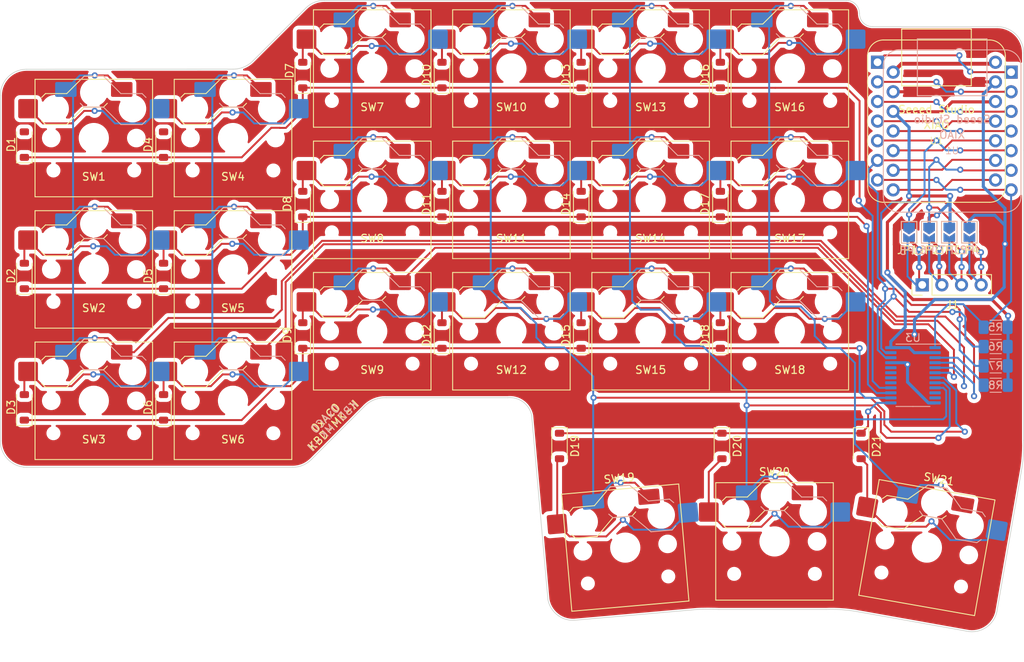
<source format=kicad_pcb>
(kicad_pcb (version 20221018) (generator pcbnew)
  (title_block (title "KBD-MK-II") (date "2023-03-18") (rev "2.0") (company "0xAC0"))
  (layers (0 "F.Cu" signal) (31 "B.Cu" signal) (34 "B.Paste" user) (35 "F.Paste" user) (36 "B.SilkS" user "B.Silkscreen") (37 "F.SilkS" user "F.Silkscreen") (38 "B.Mask" user) (39 "F.Mask" user) (44 "Edge.Cuts" user))
  (net 0 "")
  (net 1 "/LINE 0")
  (net 2 "Net-(D1-A)")
  (net 3 "/LINE 1")
  (net 4 "Net-(D2-A)")
  (net 5 "/LINE 2")
  (net 6 "Net-(D3-A)")
  (net 7 "Net-(D4-A)")
  (net 8 "Net-(D5-A)")
  (net 9 "Net-(D6-A)")
  (net 10 "Net-(D7-A)")
  (net 11 "Net-(D8-A)")
  (net 12 "Net-(D9-A)")
  (net 13 "Net-(D10-A)")
  (net 14 "Net-(D11-A)")
  (net 15 "Net-(D12-A)")
  (net 16 "Net-(D13-A)")
  (net 17 "Net-(D14-A)")
  (net 18 "Net-(D15-A)")
  (net 19 "Net-(D16-A)")
  (net 20 "Net-(D17-A)")
  (net 21 "Net-(D18-A)")
  (net 22 "/LINE 3")
  (net 23 "Net-(D19-A)")
  (net 24 "Net-(D20-A)")
  (net 25 "Net-(D21-A)")
  (net 26 "/COL 0")
  (net 27 "/COL 1")
  (net 28 "/COL 2")
  (net 29 "/COL 3")
  (net 30 "/COL 4")
  (net 31 "/COL 5")
  (net 32 "unconnected-(U1-PA02_A0_D0-Pad1)")
  (net 33 "unconnected-(U1-PA4_A1_D1-Pad2)")
  (net 34 "unconnected-(U1-PA10_A2_D2-Pad3)")
  (net 35 "unconnected-(U1-PA11_A3_D3-Pad4)")
  (net 36 "unconnected-(U1-PB09_A7_D7_RX-Pad8)")
  (net 37 "unconnected-(U1-PA7_A8_D8_SCK-Pad9)")
  (net 38 "unconnected-(U1-PA5_A9_D9_MISO-Pad10)")
  (net 39 "unconnected-(U1-PA6_A10_D10_MOSI-Pad11)")
  (net 40 "unconnected-(U1-5V-Pad14)")
  (net 41 "+3V3")
  (net 42 "/INT")
  (net 43 "/I2C_SDA")
  (net 44 "/I2C_SCL")
  (net 45 "Net-(U3-~{RESET})")
  (net 46 "GND")
  (net 53 "Net-(J1-Pin_1)")
  (net 54 "Net-(J1-Pin_2)")
  (net 55 "Net-(J1-Pin_3)")
  (net 56 "Net-(J1-Pin_4)")
  (footprint "PCM_Switch_Keyboard_Hotswap_Kailh:SW_Hotswap_Kailh_Choc_V1_1.00u_reversible" (layer "F.Cu") (at 183.7925 70.4125)
    (fp_text reference "SW16")
    (fp_text value "SW_Push")
  )
  (footprint "Seeed Studio XIAO Series Library:XIAO-Generic-Thruhole-14P-2.54-21X17.8MM" (layer "F.Cu") (at 202.75775 77.224515)
    (fp_text reference "U1")
    (fp_text value "Seeed Studio XIAO SAMD21" hide)
  )
  (footprint "Diode_SMD:D_SOD-123" (layer "F.Cu") (at 84.8125 97.2625 90)
    (fp_text reference "D2")
    (fp_text value "1N4148W")
  )
  (footprint "PCM_Switch_Keyboard_Hotswap_Kailh:SW_Hotswap_Kailh_Choc_V1_1.00u_reversible" (layer "F.Cu") (at 162.5125 132.4125 5)
    (fp_text reference "SW19")
    (fp_text value "SW_Push")
  )
  (footprint "PCM_Switch_Keyboard_Hotswap_Kailh:SW_Hotswap_Kailh_Choc_V1_1.00u_reversible" (layer "F.Cu") (at 165.7925 104.4125)
    (fp_text reference "SW15")
    (fp_text value "SW_Push")
  )
  (footprint "PCM_Switch_Keyboard_Hotswap_Kailh:SW_Hotswap_Kailh_Choc_V1_1.00u_reversible" (layer "F.Cu") (at 147.7925 87.4125)
    (fp_text reference "SW11")
    (fp_text value "SW_Push")
  )
  (footprint "Diode_SMD:D_SOD-123" (layer "F.Cu") (at 156.8125 71.2625 90)
    (fp_text reference "D13")
    (fp_text value "1N4148W")
  )
  (footprint "Diode_SMD:D_SOD-123" (layer "F.Cu") (at 193.0125 119.2625 -90)
    (fp_text reference "D21")
    (fp_text value "1N4148W")
  )
  (footprint "Diode_SMD:D_SOD-123" (layer "F.Cu") (at 120.8125 71.2625 90)
    (fp_text reference "D7")
    (fp_text value "1N4148W")
  )
  (footprint "PCM_Switch_Keyboard_Hotswap_Kailh:SW_Hotswap_Kailh_Choc_V1_1.00u_reversible" (layer "F.Cu") (at 93.7925 96.4125)
    (fp_text reference "SW2")
    (fp_text value "SW_Push")
  )
  (footprint "Jumper:SolderJumper-2_P1.3mm_Open_TrianglePad1.0x1.5mm" (layer "F.Cu") (at 204.4125 91.6 -90)
    (fp_text reference "JP3")
    (fp_text value " ")
  )
  (footprint "Diode_SMD:D_SOD-123" (layer "F.Cu") (at 102.8125 97.2625 90)
    (fp_text reference "D5")
    (fp_text value "1N4148W")
  )
  (footprint "PCM_Switch_Keyboard_Hotswap_Kailh:SW_Hotswap_Kailh_Choc_V1_1.00u_reversible" (layer "F.Cu") (at 129.7925 104.4125)
    (fp_text reference "SW9")
    (fp_text value "SW_Push")
  )
  (footprint "Diode_SMD:D_SOD-123" (layer "F.Cu") (at 84.8125 114.2625 90)
    (fp_text reference "D3")
    (fp_text value "1N4148W")
  )
  (footprint "Diode_SMD:D_SOD-123" (layer "F.Cu") (at 154.0125 119.2625 -90)
    (fp_text reference "D19")
    (fp_text value "1N4148W")
  )
  (footprint "Diode_SMD:D_SOD-123" (layer "F.Cu") (at 174.8125 71.2625 90)
    (fp_text reference "D16")
    (fp_text value "1N4148W")
  )
  (footprint "PCM_Switch_Keyboard_Hotswap_Kailh:SW_Hotswap_Kailh_Choc_V1_1.00u_reversible" (layer "F.Cu") (at 183.7925 87.4125)
    (fp_text reference "SW17")
    (fp_text value "SW_Push")
  )
  (footprint "Diode_SMD:D_SOD-123" (layer "F.Cu") (at 138.8125 104.9625 90)
    (fp_text reference "D12")
    (fp_text value "1N4148W")
  )
  (footprint "Diode_SMD:D_SOD-123" (layer "F.Cu") (at 138.8125 87.9625 90)
    (fp_text reference "D11")
    (fp_text value "1N4148W")
  )
  (footprint "PCM_Switch_Keyboard_Hotswap_Kailh:SW_Hotswap_Kailh_Choc_V1_1.00u_reversible" (layer "F.Cu") (at 111.7925 79.4125)
    (fp_text reference "SW4")
    (fp_text value "SW_Push")
  )
  (footprint "PCM_Switch_Keyboard_Hotswap_Kailh:SW_Hotswap_Kailh_Choc_V1_1.00u_reversible" (layer "F.Cu") (at 129.7925 87.4125)
    (fp_text reference "SW8")
    (fp_text value "SW_Push")
  )
  (footprint "Diode_SMD:D_SOD-123" (layer "F.Cu") (at 120.8125 104.9625 90)
    (fp_text reference "D9")
    (fp_text value "1N4148W")
  )
  (footprint "Diode_SMD:D_SOD-123" (layer "F.Cu") (at 174.8125 87.9625 90)
    (fp_text reference "D17")
    (fp_text value "1N4148W")
  )
  (footprint "Connector_PinHeader_2.54mm:PinHeader_1x04_P2.54mm_Vertical" (layer "F.Cu") (at 200.9125 98.4125 90)
    (fp_text reference locked "J1")
    (fp_text value "Display_I2C")
  )
  (footprint "PCM_Switch_Keyboard_Hotswap_Kailh:SW_Hotswap_Kailh_Choc_V1_1.00u_reversible" (layer "F.Cu") (at 147.7925 104.4125)
    (fp_text reference "SW12")
    (fp_text value "SW_Push")
  )
  (footprint "Diode_SMD:D_SOD-123" (layer "F.Cu") (at 156.8125 87.9625 90)
    (fp_text reference "D14")
    (fp_text value "1N4148W")
  )
  (footprint "PCM_Switch_Keyboard_Hotswap_Kailh:SW_Hotswap_Kailh_Choc_V1_1.00u_reversible" (layer "F.Cu") (at 165.7925 87.4125)
    (fp_text reference "SW14")
    (fp_text value "SW_Push")
  )
  (footprint "Diode_SMD:D_SOD-123" (layer "F.Cu") (at 102.8125 80.2625 90)
    (fp_text reference "D4")
    (fp_text value "1N4148W")
  )
  (footprint "PCM_Switch_Keyboard_Hotswap_Kailh:SW_Hotswap_Kailh_Choc_V1_1.00u_reversible" (layer "F.Cu") (at 93.7925 113.4125)
    (fp_text reference "SW3")
    (fp_text value "SW_Push")
  )
  (footprint "PCM_Switch_Keyboard_Hotswap_Kailh:SW_Hotswap_Kailh_Choc_V1_1.00u_reversible" (layer "F.Cu") (at 111.7925 113.4125)
    (fp_text reference "SW6")
    (fp_text value "SW_Push")
  )
  (footprint "Diode_SMD:D_SOD-123" (layer "F.Cu") (at 120.8125 87.9625 90)
    (fp_text reference "D8")
    (fp_text value "1N4148W")
  )
  (footprint "PCM_Switch_Keyboard_Hotswap_Kailh:SW_Hotswap_Kailh_Choc_V1_1.00u_reversible" (layer "F.Cu") (at 129.7925 70.4125)
    (fp_text reference "SW7")
    (fp_text value "SW_Push")
  )
  (footprint "PCM_Switch_Keyboard_Hotswap_Kailh:SW_Hotswap_Kailh_Choc_V1_1.50u_90deg_reversible" (layer "F.Cu") (at 201.5125 132.4125 -10)
    (fp_text reference "SW21")
    (fp_text value "SW_Push")
  )
  (footprint "Diode_SMD:D_SOD-123" (layer "F.Cu") (at 174.8125 104.9625 90)
    (fp_text reference "D18")
    (fp_text value "1N4148W")
  )
  (footprint "Jumper:SolderJumper-2_P1.3mm_Open_TrianglePad1.0x1.5mm" (layer "F.Cu") (at 207.0125 91.6 -90)
    (fp_text reference "JP4")
    (fp_text value " ")
  )
  (footprint "Diode_SMD:D_SOD-123" (layer "F.Cu") (at 156.8125 104.9625 90)
    (fp_text reference "D15")
    (fp_text value "1N4148W")
  )
  (footprint "Diode_SMD:D_SOD-123" (layer "F.Cu") (at 138.8125 71.2625 90)
    (fp_text reference "D10")
    (fp_text value "1N4148W")
  )
  (footprint "PCM_Switch_Keyboard_Hotswap_Kailh:SW_Hotswap_Kailh_Choc_V1_1.00u_reversible" (layer "F.Cu") (at 147.7925 70.4125)
    (fp_text reference "SW10")
    (fp_text value "SW_Push")
  )
  (footprint "Jumper:SolderJumper-2_P1.3mm_Open_TrianglePad1.0x1.5mm" (layer "F.Cu") (at 201.8125 91.6125 -90)
    (fp_text reference "JP2")
    (fp_text value " ")
  )
  (footprint "Diode_SMD:D_SOD-123" (layer "F.Cu") (at 102.8125 114.2625 90)
    (fp_text reference "D6")
    (fp_text value "1N4148W")
  )
  (footprint "PCM_Switch_Keyboard_Hotswap_Kailh:SW_Hotswap_Kailh_Choc_V1_1.00u_reversible" (layer "F.Cu") (at 111.7925 96.4125)
    (fp_text reference "SW5")
    (fp_text value "SW_Push")
  )
  (footprint "Diode_SMD:D_SOD-123" (layer "F.Cu") (at 84.8125 80.2625 90)
    (fp_text reference "D1")
    (fp_text value "1N4148W")
  )
  (footprint "PCM_Switch_Keyboard_Hotswap_Kailh:SW_Hotswap_Kailh_Choc_V1_1.00u_reversible" (layer "F.Cu") (at 183.7925 104.4125)
    (fp_text reference "SW18")
    (fp_text value "SW_Push")
  )
  (footprint "Diode_SMD:D_SOD-123" (layer "F.Cu") (at 175.0125 119.2625 -90)
    (fp_text reference "D20")
    (fp_text value "1N4148W")
  )
  (footprint "PCM_Switch_Keyboard_Hotswap_Kailh:SW_Hotswap_Kailh_Choc_V1_1.00u_reversible" (layer "F.Cu") (at 165.7925 70.4125)
    (fp_text reference "SW13")
    (fp_text value "SW_Push")
  )
  (footprint "Jumper:SolderJumper-2_P1.3mm_Open_TrianglePad1.0x1.5mm" (layer "F.Cu") (at 199.2125 91.6125 -90)
    (fp_text reference "JP1")
    (fp_text value " ")
  )
  (footprint "PCM_Switch_Keyboard_Hotswap_Kailh:SW_Hotswap_Kailh_Choc_V1_1.00u_reversible" (layer "F.Cu") (at 93.7925 79.4125)
    (fp_text reference "SW1")
    (fp_text value "SW_Push")
  )
  (footprint "PCM_Switch_Keyboard_Hotswap_Kailh:SW_Hotswap_Kailh_Choc_V1_1.00u_reversible" (layer "F.Cu") (at 181.8125 131.6125)
    (fp_text reference "SW20")
    (fp_text value "SW_Push")
  )
  (footprint "Resistor_SMD:R_1206_3216Metric_Pad1.30x1.75mm_HandSolder" (layer "B.Cu") (at 210.4 103.9 180)
    (fp_text reference "R5")
    (fp_text value "10k")
  )
  (footprint "Resistor_SMD:R_1206_3216Metric_Pad1.30x1.75mm_HandSolder" (layer "B.Cu") (at 210.4125 111.4)
    (fp_text reference "R8")
    (fp_text value "10k")
  )
  (footprint "Jumper:SolderJumper-2_P1.3mm_Open_TrianglePad1.0x1.5mm" (layer "B.Cu") (at 204.4125 91.6 -90)
    (fp_text reference "JP7")
    (fp_text value " ")
  )
  (footprint "Resistor_SMD:R_1206_3216Metric_Pad1.30x1.75mm_HandSolder" (layer "B.Cu") (at 210.4125 108.9 180)
    (fp_text reference "R7")
    (fp_text value "10k")
  )
  (footprint "Seeed Studio XIAO Series Library:XIAO-Generic-Thruhole-14P-2.54-21X17.8MM" (layer "B.Cu") (at 204.78275 78.504515 180)
    (fp_text reference "U1")
    (fp_text value "Seeed Studio XIAO SAMD21" hide)
  )
  (footprint "Resistor_SMD:R_1206_3216Metric_Pad1.30x1.75mm_HandSolder" (layer "B.Cu") (at 210.4125 106.4 180)
    (fp_text reference "R6")
    (fp_text value "10k")
  )
  (footprint "Jumper:SolderJumper-2_P1.3mm_Open_TrianglePad1.0x1.5mm" (layer "B.Cu") (at 207.0125 91.6 -90)
    (fp_text reference "JP8")
    (fp_text value " ")
  )
  (footprint "Package_SO:TSSOP-24_4.4x7.8mm_P0.65mm" (layer "B.Cu") (at 199.7125 110.1125 180)
    (fp_text reference "U3")
    (fp_text value "PCAL6416APW")
  )
  (footprint "Jumper:SolderJumper-2_P1.3mm_Open_TrianglePad1.0x1.5mm" (layer "B.Cu") (at 199.2125 91.6125 -90)
    (fp_text reference "JP5")
    (fp_text value " ")
  )
  (footprint "Jumper:SolderJumper-2_P1.3mm_Open_TrianglePad1.0x1.5mm" (layer "B.Cu") (at 201.8125 91.6125 -90)
    (fp_text reference "JP6")
    (fp_text value " ")
  )
  (gr_line (start 121.916663 121.016663) (end 128.7125 114.2125) (stroke (width 0.1)) (layer "Edge.Cuts"))
  (gr_line (start 150.4125 115.3125) (end 152.5125 139.1125) (stroke (width 0.1)) (layer "Edge.Cuts"))
  (gr_arc (start 210.6125 140.4125) (mid 209.234618 142.701241) (end 206.6125 143.2125) (stroke (width 0.1)) (layer "Edge.Cuts"))
  (gr_arc (start 121.916663 121.016663) (mid 120.813624 121.753691) (end 119.5125 122.0125) (stroke (width 0.1)) (layer "Edge.Cuts"))
  (gr_arc (start 81.7125 73.9125) (mid 82.708337 71.508337) (end 85.1125 70.5125) (stroke (width 0.1)) (layer "Edge.Cuts"))
  (gr_line (start 210.6125 65) (end 194.5 65) (stroke (width 0.1)) (layer "Edge.Cuts"))
  (gr_line (start 214.0125 118.5125) (end 214.0125 81.0125) (stroke (width 0.1)) (layer "Edge.Cuts"))
  (gr_arc (start 194.5 65) (mid 193.297918 64.502082) (end 192.8 63.3) (stroke (width 0.1)) (layer "Edge.Cuts"))
  (gr_line (start 213.7125 122.6125) (end 210.6125 140.4125) (stroke (width 0.1)) (layer "Edge.Cuts"))
  (gr_arc (start 155.9125 141.8125) (mid 153.702587 141.104616) (end 152.5125 139.1125) (stroke (width 0.1)) (layer "Edge.Cuts"))
  (gr_arc (start 210.6125 65) (mid 213.016663 65.995837) (end 214.0125 68.4) (stroke (width 0.1)) (layer "Edge.Cuts"))
  (gr_line (start 131.6125 113.0125) (end 147.3125 113.0125) (stroke (width 0.1)) (layer "Edge.Cuts"))
  (gr_line (start 81.7125 118.6125) (end 81.7125 73.9125) (stroke (width 0.1)) (layer "Edge.Cuts"))
  (gr_line (start 84.7125 122.0125) (end 84.7125 122.0125) (stroke (width 0.1)) (layer "Edge.Cuts"))
  (gr_arc (start 147.3125 113.0125) (mid 149.305785 113.565029) (end 150.4125 115.3125) (stroke (width 0.1)) (layer "Edge.Cuts"))
  (gr_line (start 123.604163 61.604163) (end 191.1 61.6) (stroke (width 0.1)) (layer "Edge.Cuts"))
  (gr_arc (start 121.2 62.6) (mid 122.303039 61.862972) (end 123.604163 61.604163) (stroke (width 0.1)) (layer "Edge.Cuts"))
  (gr_arc (start 191.1 61.6) (mid 192.302082 62.097918) (end 192.8 63.3) (stroke (width 0.1)) (layer "Edge.Cuts"))
  (gr_line (start 114.4 69.4) (end 121.2 62.6) (stroke (width 0.1)) (layer "Edge.Cuts"))
  (gr_line (start 85.1125 122.0125) (end 119.5125 122.0125) (stroke (width 0.1)) (layer "Edge.Cuts"))
  (gr_line (start 192.6125 140.7125) (end 206.6125 143.2125) (stroke (width 0.1)) (layer "Edge.Cuts"))
  (gr_line (start 85.1125 70.5125) (end 111.8 70.5) (stroke (width 0.1)) (layer "Edge.Cuts"))
  (gr_arc (start 214.0125 118.5125) (mid 213.974101 120.570666) (end 213.7125 122.6125) (stroke (width 0.1)) (layer "Edge.Cuts"))
  (gr_line (start 174.6125 140.4125) (end 188.5 140.4125) (stroke (width 0.1)) (layer "Edge.Cuts"))
  (gr_arc (start 188.5 140.4125) (mid 190.564432 140.450334) (end 192.6125 140.7125) (stroke (width 0.1)) (layer "Edge.Cuts"))
  (gr_arc (start 171.8125 140.4125) (mid 173.2125 140.3845) (end 174.6125 140.4125) (stroke (width 0.1)) (layer "Edge.Cuts"))
  (gr_arc (start 128.7125 114.2125) (mid 130.030625 113.293801) (end 131.6125 113.0125) (stroke (width 0.1)) (layer "Edge.Cuts"))
  (gr_arc (start 85.1125 122.0125) (mid 82.708337 121.016663) (end 81.7125 118.6125) (stroke (width 0.1)) (layer "Edge.Cuts"))
  (gr_line (start 155.9125 141.8125) (end 171.8125 140.4125) (stroke (width 0.1)) (layer "Edge.Cuts"))
  (gr_line (start 214.0125 68.4) (end 214.0125 81.0125) (stroke (width 0.1)) (layer "Edge.Cuts"))
  (gr_arc (start 114.4 69.4) (mid 113.211684 70.21398) (end 111.8 70.5) (stroke (width 0.1)) (layer "Edge.Cuts"))
  (gr_text "KBD-MK-II" (at 128.2 114 45) (layer "B.SilkS") (effects (font (size 1 1)) (justify left bottom mirror)))
  (gr_text "0xAC0" (at 125.8 114.5 45) (layer "B.SilkS") (effects (font (size 1 1)) (justify left bottom mirror)))
  (gr_text "0xAC0" (at 122.5125 117.7125 45) (layer "F.SilkS") (effects (font (size 1 1)) (justify left bottom)))
  (gr_text "KBD-MK-II" (at 122.1125 120.1125 45) (layer "F.SilkS") (effects (font (size 1 1)) (justify left bottom)))
  (segment (start 156.8125 72.9) (end 174.8125 72.9) (width 0.25) (layer "F.Cu") (net 1))
  (segment (start 181.9125 72.9125) (end 191.1125 72.9125) (width 0.25) (layer "F.Cu") (net 1))
  (segment (start 118.625 78.1) (end 120.8125 75.9125) (width 0.25) (layer "F.Cu") (net 1))
  (segment (start 117.84299 78.0835) (end 117.85949 78.1) (width 0.25) (layer "F.Cu") (net 1))
  (segment (start 138.8125 72.9) (end 156.8125 72.9) (width 0.25) (layer "F.Cu") (net 1))
  (segment (start 192.8125 87.3125) (end 192.7125 87.4125) (width 0.25) (layer "F.Cu") (net 1))
  (segment (start 112.91301 81.9125) (end 116.74201 78.0835) (width 0.25) (layer "F.Cu") (net 1))
  (segment (start 191.1125 72.9125) (end 192.8125 74.6125) (width 0.25) (layer "F.Cu") (net 1))
  (segment (start 174.8125 72.9125) (end 181.9125 72.9125) (width 0.25) (layer "F.Cu") (net 1))
  (segment (start 102.8125 81.9125) (end 112.91301 81.9125) (width 0.25) (layer "F.Cu") (net 1))
  (segment (start 192.8125 74.6125) (end 192.8125 87.3125) (width 0.25) (layer "F.Cu") (net 1))
  (segment (start 84.8125 81.9125) (end 102.8125 81.9125) (width 0.25) (layer "F.Cu") (net 1))
  (segment (start 120.8125 75.9125) (end 120.8125 72.6125) (width 0.25) (layer "F.Cu") (net 1))
  (segment (start 120.8125 72.9) (end 138.8125 72.9) (width 0.25) (layer "F.Cu") (net 1))
  (segment (start 116.74201 78.0835) (end 117.84299 78.0835) (width 0.25) (layer "F.Cu") (net 1))
  (segment (start 117.85949 78.1) (end 118.625 78.1) (width 0.25) (layer "F.Cu") (net 1))
  (via (at 192.7125 87.5125) (size 0.8) (drill 0.4) (layers "F.Cu" "B.Cu") (net 1))
  (segment (start 196.85 111.7375) (end 195.3875 111.7375) (width 0.25) (layer "B.Cu") (net 1))
  (segment (start 194.5 110.85) (end 194.5 89.5) (width 0.25) (layer "B.Cu") (net 1))
  (segment (start 194.5 89.5) (end 192.6125 87.6125) (width 0.25) (layer "B.Cu") (net 1))
  (segment (start 195.3875 111.7375) (end 194.5 110.85) (width 0.25) (layer "B.Cu") (net 1))
  (segment (start 90.9285 77.5165) (end 87.2165 77.5165) (width 0.25) (layer "F.Cu") (net 2))
  (segment (start 93.9 75.9) (end 92.545 75.9) (width 0.25) (layer "F.Cu") (net 2))
  (segment (start 87.2165 77.5165) (end 85.3125 75.6125) (width 0.25) (layer "F.Cu") (net 2))
  (segment (start 92.545 75.9) (end 90.9285 77.5165) (width 0.25) (layer "F.Cu") (net 2))
  (via (at 93.9 75.9) (size 0.8) (drill 0.4) (layers "F.Cu" "B.Cu") (net 2))
  (segment (start 96.5365 77.5165) (end 100.4085 77.5165) (width 0.25) (layer "B.Cu") (net 2))
  (segment (start 93.9 75.9) (end 94.92 75.9) (width 0.25) (layer "B.Cu") (net 2))
  (segment (start 100.4085 77.5165) (end 102.3125 75.6125) (width 0.25) (layer "B.Cu") (net 2))
  (segment (start 94.92 75.9) (end 96.5365 77.5165) (width 0.25) (layer "B.Cu") (net 2))
  (segment (start 119.2085 94.5165) (end 120.8125 92.9125) (width 0.25) (layer "F.Cu") (net 3))
  (segment (start 84.8125 98.9125) (end 102.8125 98.9125) (width 0.25) (layer "F.Cu") (net 3))
  (segment (start 193.7125 90.8125) (end 192.5125 89.6125) (width 0.25) (layer "F.Cu") (net 3))
  (segment (start 112.91301 98.9125) (end 117.30901 94.5165) (width 0.25) (layer "F.Cu") (net 3))
  (segment (start 102.8125 98.9125) (end 112.91301 98.9125) (width 0.25) (layer "F.Cu") (net 3))
  (segment (start 156.8125 89.6125) (end 174.8125 89.6125) (width 0.25) (layer "F.Cu") (net 3))
  (segment (start 117.30901 94.5165) (end 119.2085 94.5165) (width 0.25) (layer "F.Cu") (net 3))
  (segment (start 120.8125 89.6125) (end 138.8125 89.6125) (width 0.25) (layer "F.Cu") (net 3))
  (segment (start 120.8125 92.9125) (end 120.8125 89.6125) (width 0.25) (layer "F.Cu") (net 3))
  (segment (start 138.8125 89.6125) (end 156.8125 89.6125) (width 0.25) (layer "F.Cu") (net 3))
  (segment (start 192.5125 89.6125) (end 174.8125 89.6125) (width 0.25) (layer "F.Cu") (net 3))
  (via (at 193.7125 90.8125) (size 0.8) (drill 0.4) (layers "F.Cu" "B.Cu") (net 3))
  (segment (start 195.0125 112.4125) (end 196.825 112.4125) (width 0.25) (layer "B.Cu") (net 3))
  (segment (start 193.8925 111.2925) (end 195.0125 112.4125) (width 0.25) (layer "B.Cu") (net 3))
  (segment (start 193.8925 90.9925) (end 193.8925 111.2925) (width 0.25) (layer "B.Cu") (net 3))
  (segment (start 196.825 112.4125) (end 196.85 112.3875) (width 0.25) (layer "B.Cu") (net 3))
  (segment (start 193.7125 90.8125) (end 193.8925 90.9925) (width 0.25) (layer "B.Cu") (net 3))
  (segment (start 84.8125 93.0925) (end 85.2925 92.6125) (width 0.25) (layer "F.Cu") (net 4))
  (segment (start 84.8125 95.6125) (end 84.8125 93.0925) (width 0.25) (layer "F.Cu") (net 4))
  (segment (start 85.2925 92.6125) (end 87.1965 94.5165) (width 0.25) (layer "F.Cu") (net 4))
  (segment (start 90.9085 94.5165) (end 91.7125 93.7125) (width 0.25) (layer "F.Cu") (net 4))
  (segment (start 87.1965 94.5165) (end 90.9085 94.5165) (width 0.25) (layer "F.Cu") (net 4))
  (segment (start 92.0125 93.4125) (end 93.7125 93.4125) (width 0.25) (layer "F.Cu") (net 4))
  (segment (start 91.7125 93.7125) (end 92.0125 93.4125) (width 0.25) (layer "F.Cu") (net 4))
  (via (at 93.7125 93.4125) (size 0.8) (drill 0.4) (layers "F.Cu" "B.Cu") (net 4))
  (segment (start 96.5165 94.5165) (end 95.4125 93.4125) (width 0.25) (layer "B.Cu") (net 4))
  (segment (start 95.4125 93.4125) (end 93.7125 93.4125) (width 0.25) (layer "B.Cu") (net 4))
  (segment (start 102.2925 92.6125) (end 100.3885 94.5165) (width 0.25) (layer "B.Cu") (net 4))
  (segment (start 100.3885 94.5165) (end 96.5165 94.5165) (width 0.25) (layer "B.Cu") (net 4))
  (segment (start 120.8125 106.6125) (end 138.8125 106.6125) (width 0.25) (layer "F.Cu") (net 5))
  (segment (start 120.8125 109.9125) (end 120.8125 106.6125) (width 0.25) (layer "F.Cu") (net 5))
  (segment (start 138.8125 106.6125) (end 156.8125 106.6125) (width 0.25) (layer "F.Cu") (net 5))
  (segment (start 84.8125 115.9125) (end 102.8125 115.9125) (width 0.25) (layer "F.Cu") (net 5))
  (segment (start 156.8125 106.6125) (end 174.8125 106.6125) (width 0.25) (layer "F.Cu") (net 5))
  (segment (start 112.91301 115.9125) (end 117.30901 111.5165) (width 0.25) (layer "F.Cu") (net 5))
  (segment (start 174.8125 106.6125) (end 192.8125 106.6125) (width 0.25) (layer "F.Cu") (net 5))
  (segment (start 102.8125 115.9125) (end 112.91301 115.9125) (width 0.25) (layer "F.Cu") (net 5))
  (segment (start 117.30901 111.5165) (end 119.2085 111.5165) (width 0.25) (layer "F.Cu") (net 5))
  (segment (start 119.2085 111.5165) (end 120.8125 109.9125) (width 0.25) (layer "F.Cu") (net 5))
  (via (at 192.8125 106.6125) (size 0.8) (drill 0.4) (layers "F.Cu" "B.Cu") (net 5))
  (segment (start 193.5375 113.0375) (end 196.85 113.0375) (width 0.25) (layer "B.Cu") (net 5))
  (segment (start 192.8125 112.3125) (end 193.5375 113.0375) (width 0.25) (layer "B.Cu") (net 5))
  (segment (start 192.8125 106.6125) (end 192.8125 112.3125) (width 0.25) (layer "B.Cu") (net 5))
  (segment (start 84.8125 112.6125) (end 84.8125 110.0925) (width 0.25) (layer "F.Cu") (net 6))
  (segment (start 93.7325 110) (end 92.445 110) (width 0.25) (layer "F.Cu") (net 6))
  (segment (start 90.9285 111.5165) (end 87.2165 111.5165) (width 0.25) (layer "F.Cu") (net 6))
  (segment (start 92.445 110) (end 90.9285 111.5165) (width 0.25) (layer "F.Cu") (net 6))
  (segment (start 87.2165 111.5165) (end 85.3125 109.6125) (width 0.25) (layer "F.Cu") (net 6))
  (segment (start 84.8125 110.0925) (end 85.2925 109.6125) (width 0.25) (layer "F.Cu") (net 6))
  (via (at 93.7325 110) (size 0.8) (drill 0.4) (layers "F.Cu" "B.Cu") (net 6))
  (segment (start 100.4085 111.5165) (end 102.3125 109.6125) (width 0.25) (layer "B.Cu") (net 6))
  (segment (start 93.7325 110) (end 95.02 110) (width 0.25) (layer "B.Cu") (net 6))
  (segment (start 95.02 110) (end 96.5365 111.5165) (width 0.25) (layer "B.Cu") (net 6))
  (segment (start 96.5365 111.5165) (end 100.4085 111.5165) (width 0.25) (layer "B.Cu") (net 6))
  (segment (start 111.7325 76.1) (end 110.345 76.1) (width 0.25) (layer "F.Cu") (net 7))
  (segment (start 105.2165 77.5165) (end 103.3125 75.6125) (width 0.25) (layer "F.Cu") (net 7))
  (segment (start 108.9285 77.5165) (end 105.2165 77.5165) (width 0.25) (layer "F.Cu") (net 7))
  (segment (start 110.345 76.1) (end 108.9285 77.5165) (width 0.25) (layer "F.Cu") (net 7))
  (via (at 111.7325 76.1) (size 0.8) (drill 0.4) (layers "F.Cu" "B.Cu") (net 7))
  (segment (start 111.7325 76.1) (end 113.12 76.1) (width 0.25) (layer "B.Cu") (net 7))
  (segment (start 118.4085 77.5165) (end 120.3125 75.6125) (width 0.25) (layer "B.Cu") (net 7))
  (segment (start 114.5365 77.5165) (end 118.4085 77.5165) (width 0.25) (layer "B.Cu") (net 7))
  (segment (start 113.12 76.1) (end 114.5365 77.5165) (width 0.25) (layer "B.Cu") (net 7))
  (segment (start 111.7 93.1) (end 110.325 93.1) (width 0.25) (layer "F.Cu") (net 8))
  (segment (start 108.9085 94.5165) (end 105.1965 94.5165) (width 0.25) (layer "F.Cu") (net 8))
  (segment (start 102.8125 93.0925) (end 103.2925 92.6125) (width 0.25) (layer "F.Cu") (net 8))
  (segment (start 110.325 93.1) (end 108.9085 94.5165) (width 0.25) (layer "F.Cu") (net 8))
  (segment (start 105.1965 94.5165) (end 103.2925 92.6125) (width 0.25) (layer "F.Cu") (net 8))
  (segment (start 102.8125 95.6125) (end 102.8125 93.0925) (width 0.25) (layer "F.Cu") (net 8))
  (via (at 111.7 93.1) (size 0.8) (drill 0.4) (layers "F.Cu" "B.Cu") (net 8))
  (segment (start 114.5165 94.5165) (end 118.3885 94.5165) (width 0.25) (layer "B.Cu") (net 8))
  (segment (start 113.1 93.1) (end 114.5165 94.5165) (width 0.25) (layer "B.Cu") (net 8))
  (segment (start 118.3885 94.5165) (end 120.2925 92.6125) (width 0.25) (layer "B.Cu") (net 8))
  (segment (start 111.7 93.1) (end 113.1 93.1) (width 0.25) (layer "B.Cu") (net 8))
  (segment (start 102.8125 112.6125) (end 102.8125 110.0925) (width 0.25) (layer "F.Cu") (net 9))
  (segment (start 102.8125 110.0925) (end 103.2925 109.6125) (width 0.25) (layer "F.Cu") (net 9))
  (segment (start 111.7325 110) (end 110.445 110) (width 0.25) (layer "F.Cu") (net 9))
  (segment (start 110.445 110) (end 108.9285 111.5165) (width 0.25) (layer "F.Cu") (net 9))
  (segment (start 108.9285 111.5165) (end 105.2165 111.5165) (width 0.25) (layer "F.Cu") (net 9))
  (segment (start 105.2165 111.5165) (end 103.3125 109.6125) (width 0.25) (layer "F.Cu") (net 9))
  (via (at 111.7325 110) (size 0.8) (drill 0.4) (layers "F.Cu" "B.Cu") (net 9))
  (segment (start 114.5365 111.5165) (end 118.4085 111.5165) (width 0.25) (layer "B.Cu") (net 9))
  (segment (start 111.7325 110) (end 113.02 110) (width 0.25) (layer "B.Cu") (net 9))
  (segment (start 118.4085 111.5165) (end 120.3125 109.6125) (width 0.25) (layer "B.Cu") (net 9))
  (segment (start 113.02 110) (end 114.5365 111.5165) (width 0.25) (layer "B.Cu") (net 9))
  (segment (start 127.945 67.5) (end 126.9285 68.5165) (width 0.25) (layer "F.Cu") (net 10))
  (segment (start 120.8125 67.0925) (end 121.2925 66.6125) (width 0.25) (layer "F.Cu") (net 10))
  (segment (start 123.2165 68.5165) (end 121.3125 66.6125) (width 0.25) (layer "F.Cu") (net 10))
  (segment (start 126.9285 68.5165) (end 123.2165 68.5165) (width 0.25) (layer "F.Cu") (net 10))
  (segment (start 120.8125 69.6125) (end 120.8125 67.0925) (width 0.25) (layer "F.Cu") (net 10))
  (segment (start 129.7325 67.5) (end 127.945 67.5) (width 0.25) (layer "F.Cu") (net 10))
  (via (at 129.7325 67.5) (size 0.8) (drill 0.4) (layers "F.Cu" "B.Cu") (net 10))
  (segment (start 129.7325 67.5) (end 131.52 67.5) (width 0.25) (layer "B.Cu") (net 10))
  (segment (start 136.4085 68.5165) (end 138.3125 66.6125) (width 0.25) (layer "B.Cu") (net 10))
  (segment (start 131.52 67.5) (end 132.5365 68.5165) (width 0.25) (layer "B.Cu") (net 10))
  (segment (start 132.5365 68.5165) (end 136.4085 68.5165) (width 0.25) (layer "B.Cu") (net 10))
  (segment (start 120.8125 84.0925) (end 121.2925 83.6125) (width 0.25) (layer "F.Cu") (net 11))
  (segment (start 127.7125 84.7125) (end 128.0125 84.4125) (width 0.25) (layer "F.Cu") (net 11))
  (segment (start 123.1965 85.5165) (end 126.9085 85.5165) (width 0.25) (layer "F.Cu") (net 11))
  (segment (start 121.2925 83.6125) (end 123.1965 85.5165) (width 0.25) (layer "F.Cu") (net 11))
  (segment (start 126.9085 85.5165) (end 127.7125 84.7125) (width 0.25) (layer "F.Cu") (net 11))
  (segment (start 128.0125 84.4125) (end 129.7125 84.4125) (width 0.25) (layer "F.Cu") (net 11))
  (segment (start 120.8125 86.3125) (end 120.8125 84.0925) (width 0.25) (layer "F.Cu") (net 11))
  (via (at 129.7125 84.4125) (size 0.8) (drill 0.4) (layers "F.Cu" "B.Cu") (net 11))
  (segment (start 132.5165 85.5165) (end 131.4125 84.4125) (width 0.25) (layer "B.Cu") (net 11))
  (segment (start 136.3885 85.5165) (end 132.5165 85.5165) (width 0.25) (layer "B.Cu") (net 11))
  (segment (start 138.2925 83.6125) (end 136.3885 85.5165) (width 0.25) (layer "B.Cu") (net 11))
  (segment (start 131.4125 84.4125) (end 129.7125 84.4125) (width 0.25) (layer "B.Cu") (net 11))
  (segment (start 120.8125 101.0925) (end 121.2925 100.6125) (width 0.25) (layer "F.Cu") (net 12))
  (segment (start 123.2165 102.5165) (end 121.3125 100.6125) (width 0.25) (layer "F.Cu") (net 12))
  (segment (start 129.9 101.6) (end 127.845 101.6) (width 0.25) (layer "F.Cu") (net 12))
  (segment (start 127.845 101.6) (end 126.9285 102.5165) (width 0.25) (layer "F.Cu") (net 12))
  (segment (start 126.9285 102.5165) (end 123.2165 102.5165) (width 0.25) (layer "F.Cu") (net 12))
  (segment (start 120.8125 103.3125) (end 120.8125 101.0925) (width 0.25) (layer "F.Cu") (net 12))
  (via (at 129.9 101.6) (size 0.8) (drill 0.4) (layers "F.Cu" "B.Cu") (net 12))
  (segment (start 131.62 101.6) (end 132.5365 102.5165) (width 0.25) (layer "B.Cu") (net 12))
  (segment (start 136.4085 102.5165) (end 138.3125 100.6125) (width 0.25) (layer "B.Cu") (net 12))
  (segment (start 129.9 101.6) (end 131.62 101.6) (width 0.25) (layer "B.Cu") (net 12))
  (segment (start 132.5365 102.5165) (end 136.4085 102.5165) (width 0.25) (layer "B.Cu") (net 12))
  (segment (start 138.8125 67.0925) (end 139.2925 66.6125) (width 0.25) (layer "F.Cu") (net 13))
  (segment (start 138.8125 69.6125) (end 138.8125 67.0925) (width 0.25) (layer "F.Cu") (net 13))
  (segment (start 146.245 67.2) (end 144.9285 68.5165) (width 0.25) (layer "F.Cu") (net 13))
  (segment (start 144.9285 68.5165) (end 141.2165 68.5165) (width 0.25) (layer "F.Cu") (net 13))
  (segment (start 141.2165 68.5165) (end 139.3125 66.6125) (width 0.25) (layer "F.Cu") (net 13))
  (segment (start 147.7325 67.2) (end 146.245 67.2) (width 0.25) (layer "F.Cu") (net 13))
  (via (at 147.7325 67.2) (size 0.8) (drill 0.4) (layers "F.Cu" "B.Cu") (net 13))
  (segment (start 154.4085 68.5165) (end 156.3125 66.6125) (width 0.25) (layer "B.Cu") (net 13))
  (segment (start 149.22 67.2) (end 150.5365 68.5165) (width 0.25) (layer "B.Cu") (net 13))
  (segment (start 147.7325 67.2) (end 149.22 67.2) (width 0.25) (layer "B.Cu") (net 13))
  (segment (start 150.5365 68.5165) (end 154.4085 68.5165) (width 0.25) (layer "B.Cu") (net 13))
  (segment (start 138.8125 84.0925) (end 139.2925 83.6125) (width 0.25) (layer "F.Cu") (net 14))
  (segment (start 141.1965 85.5165) (end 144.9085 85.5165) (width 0.25) (layer "F.Cu") (net 14))
  (segment (start 139.2925 83.6125) (end 141.1965 85.5165) (width 0.25) (layer "F.Cu") (net 14))
  (segment (start 145.7125 84.7125) (end 146.0125 84.4125) (width 0.25) (layer "F.Cu") (net 14))
  (segment (start 146.0125 84.4125) (end 147.7125 84.4125) (width 0.25) (layer "F.Cu") (net 14))
  (segment (start 144.9085 85.5165) (end 145.7125 84.7125) (width 0.25) (layer "F.Cu") (net 14))
  (segment (start 138.8125 86.3125) (end 138.8125 84.0925) (width 0.25) (layer "F.Cu") (net 14))
  (via (at 147.7125 84.4125) (size 0.8) (drill 0.4) (layers "F.Cu" "B.Cu") (net 14))
  (segment (start 149.4125 84.4125) (end 147.7125 84.4125) (width 0.25) (layer "B.Cu") (net 14))
  (segment (start 154.3885 85.5165) (end 150.5165 85.5165) (width 0.25) (layer "B.Cu") (net 14))
  (segment (start 150.5165 85.5165) (end 149.4125 84.4125) (width 0.25) (layer "B.Cu") (net 14))
  (segment (start 156.2925 83.6125) (end 154.3885 85.5165) (width 0.25) (layer "B.Cu") (net 14))
  (segment (start 148.9125 101.4125) (end 145.7125 101.4125) (width 0.25) (layer "F.Cu") (net 15))
  (segment (start 152.3125 102.8125) (end 150.3125 102.8125) (width 0.25) (layer "F.Cu") (net 15))
  (segment (start 150.3125 102.8125) (end 148.9125 101.4125) (width 0.25) (layer "F.Cu") (net 15))
  (segment (start 145.7125 101.4125) (end 144.4125 102.7125) (width 0.25) (layer "F.Cu") (net 15))
  (segment (start 138.8125 103.3125) (end 138.8125 101.0925) (width 0.25) (layer "F.Cu") (net 15))
  (segment (start 141.3925 102.7125) (end 139.2925 100.6125) (width 0.25) (layer "F.Cu") (net 15))
  (segment (start 138.8125 101.0925) (end 139.2925 100.6125) (width 0.25) (layer "F.Cu") (net 15))
  (segment (start 144.4125 102.7125) (end 141.3925 102.7125) (width 0.25) (layer "F.Cu") (net 15))
  (via (at 152.3125 102.8125) (size 0.8) (drill 0.4) (layers "F.Cu" "B.Cu") (net 15))
  (segment (start 152.3125 102.8125) (end 154.0925 102.8125) (width 0.25) (layer "B.Cu") (net 15))
  (segment (start 154.0925 102.8125) (end 156.2925 100.6125) (width 0.25) (layer "B.Cu") (net 15))
  (segment (start 162.9285 68.5165) (end 159.2165 68.5165) (width 0.25) (layer "F.Cu") (net 16))
  (segment (start 164.245 67.2) (end 162.9285 68.5165) (width 0.25) (layer "F.Cu") (net 16))
  (segment (start 165.7325 67.2) (end 164.245 67.2) (width 0.25) (layer "F.Cu") (net 16))
  (segment (start 156.8125 69.6125) (end 156.8125 67.0925) (width 0.25) (layer "F.Cu") (net 16))
  (segment (start 156.8125 67.0925) (end 157.2925 66.6125) (width 0.25) (layer "F.Cu") (net 16))
  (segment (start 159.2165 68.5165) (end 157.3125 66.6125) (width 0.25) (layer "F.Cu") (net 16))
  (via (at 165.7325 67.2) (size 0.8) (drill 0.4) (layers "F.Cu" "B.Cu") (net 16))
  (segment (start 165.7325 67.2) (end 167.22 67.2) (width 0.25) (layer "B.Cu") (net 16))
  (segment (start 172.4085 68.5165) (end 174.3125 66.6125) (width 0.25) (layer "B.Cu") (net 16))
  (segment (start 168.5365 68.5165) (end 172.4085 68.5165) (width 0.25) (layer "B.Cu") (net 16))
  (segment (start 167.22 67.2) (end 168.5365 68.5165) (width 0.25) (layer "B.Cu") (net 16))
  (segment (start 162.9085 85.5165) (end 163.7125 84.7125) (width 0.25) (layer "F.Cu") (net 17))
  (segment (start 156.8125 86.3125) (end 156.8125 84.0925) (width 0.25) (layer "F.Cu") (net 17))
  (segment (start 163.7125 84.7125) (end 164.0125 84.4125) (width 0.25) (layer "F.Cu") (net 17))
  (segment (start 164.0125 84.4125) (end 165.7125 84.4125) (width 0.25) (layer "F.Cu") (net 17))
  (segment (start 157.2925 83.6125) (end 159.1965 85.5165) (width 0.25) (layer "F.Cu") (net 17))
  (segment (start 159.1965 85.5165) (end 162.9085 85.5165) (width 0.25) (layer "F.Cu") (net 17))
  (segment (start 156.8125 84.0925) (end 157.2925 83.6125) (width 0.25) (layer "F.Cu") (net 17))
  (via (at 165.7125 84.4125) (size 0.8) (drill 0.4) (layers "F.Cu" "B.Cu") (net 17))
  (segment (start 172.3885 85.5165) (end 168.5165 85.5165) (width 0.25) (layer "B.Cu") (net 17))
  (segment (start 167.4125 84.4125) (end 165.7125 84.4125) (width 0.25) (layer "B.Cu") (net 17))
  (segment (start 168.5165 85.5165) (end 167.4125 84.4125) (width 0.25) (layer "B.Cu") (net 17))
  (segment (start 174.2925 83.6125) (end 172.3885 85.5165) (width 0.25) (layer "B.Cu") (net 17))
  (segment (start 168.3325 102.8125) (end 166.9325 101.4125) (width 0.25) (layer "F.Cu") (net 18))
  (segment (start 156.8125 101.0925) (end 157.2925 100.6125) (width 0.25) (layer "F.Cu") (net 18))
  (segment (start 170.4125 102.8125) (end 168.3325 102.8125) (width 0.25) (layer "F.Cu") (net 18))
  (segment (start 166.9325 101.4125) (end 163.7325 101.4125) (width 0.25) (layer "F.Cu") (net 18))
  (segment (start 159.4125 102.7125) (end 157.3125 100.6125) (width 0.25) (layer "F.Cu") (net 18))
  (segment (start 162.4325 102.7125) (end 159.4125 102.7125) (width 0.25) (layer "F.Cu") (net 18))
  (segment (start 163.7325 101.4125) (end 162.4325 102.7125) (width 0.25) (layer "F.Cu") (net 18))
  (segment (start 156.8125 103.3125) (end 156.8125 101.0925) (width 0.25) (layer "F.Cu") (net 18))
  (via (at 170.4125 102.8125) (size 0.8) (drill 0.4) (layers "F.Cu" "B.Cu") (net 18))
  (segment (start 174.3125 100.6125) (end 172.1125 102.8125) (width 0.25) (layer "B.Cu") (net 18))
  (segment (start 172.1125 102.8125) (end 170.4125 102.8125) (width 0.25) (layer "B.Cu") (net 18))
  (segment (start 180.9285 68.5165) (end 177.2165 68.5165) (width 0.25) (layer "F.Cu") (net 19))
  (segment (start 174.8125 67.0925) (end 175.2925 66.6125) (width 0.25) (layer "F.Cu") (net 19))
  (segment (start 183.7325 67.1) (end 182.345 67.1) (width 0.25) (layer "F.Cu") (net 19))
  (segment (start 174.8125 69.6125) (end 174.8125 67.0925) (width 0.25) (layer "F.Cu") (net 19))
  (segment (start 177.2165 68.5165) (end 175.3125 66.6125) (width 0.25) (layer "F.Cu") (net 19))
  (segment (start 182.345 67.1) (end 180.9285 68.5165) (width 0.25) (layer "F.Cu") (net 19))
  (via (at 183.7325 67.1) (size 0.8) (drill 0.4) (layers "F.Cu" "B.Cu") (net 19))
  (segment (start 183.7325 67.1) (end 185.12 67.1) (width 0.25) (layer "B.Cu") (net 19))
  (segment (start 186.5365 68.5165) (end 190.4085 68.5165) (width 0.25) (layer "B.Cu") (net 19))
  (segment (start 190.4085 68.5165) (end 192.3125 66.6125) (width 0.25) (layer "B.Cu") (net 19))
  (segment (start 185.12 67.1) (end 186.5365 68.5165) (width 0.25) (layer "B.Cu") (net 19))
  (segment (start 174.8125 84.0925) (end 175.2925 83.6125) (width 0.25) (layer "F.Cu") (net 20))
  (segment (start 174.8125 86.3125) (end 174.8125 84.0925) (width 0.25) (layer "F.Cu") (net 20))
  (segment (start 175.2925 83.6125) (end 177.1965 85.5165) (width 0.25) (layer "F.Cu") (net 20))
  (segment (start 181.7125 84.7125) (end 182.0125 84.4125) (width 0.25) (layer "F.Cu") (net 20))
  (segment (start 182.0125 84.4125) (end 183.7125 84.4125) (width 0.25) (layer "F.Cu") (net 20))
  (segment (start 177.1965 85.5165) (end 180.9085 85.5165) (width 0.25) (layer "F.Cu") (net 20))
  (segment (start 180.9085 85.5165) (end 181.7125 84.7125) (width 0.25) (layer "F.Cu") (net 20))
  (via (at 183.7125 84.4125) (size 0.8) (drill 0.4) (layers "F.Cu" "B.Cu") (net 20))
  (segment (start 190.3885 85.5165) (end 186.5165 85.5165) (width 0.25) (layer "B.Cu") (net 20))
  (segment (start 192.2925 83.6125) (end 190.3885 85.5165) (width 0.25) (layer "B.Cu") (net 20))
  (segment (start 186.5165 85.5165) (end 185.4125 84.4125) (width 0.25) (layer "B.Cu") (net 20))
  (segment (start 185.4125 84.4125) (end 183.7125 84.4125) (width 0.25) (layer "B.Cu") (net 20))
  (segment (start 184.9325 101.4125) (end 181.7325 101.4125) (width 0.25) (layer "F.Cu") (net 21))
  (segment (start 188.3125 102.8125) (end 186.3325 102.8125) (width 0.25) (layer "F.Cu") (net 21))
  (segment (start 177.4125 102.7125) (end 175.3125 100.6125) (width 0.25) (layer "F.Cu") (net 21))
  (segment (start 186.3325 102.8125) (end 184.9325 101.4125) (width 0.25) (layer "F.Cu") (net 21))
  (segment (start 174.8125 101.0925) (end 175.2925 100.6125) (width 0.25) (layer "F.Cu") (net 21))
  (segment (start 174.8125 103.3125) (end 174.8125 101.0925) (width 0.25) (layer "F.Cu") (net 21))
  (segment (start 181.7325 101.4125) (end 180.4325 102.7125) (width 0.25) (layer "F.Cu") (net 21))
  (segment (start 180.4325 102.7125) (end 177.4125 102.7125) (width 0.25) (layer "F.Cu") (net 21))
  (via (at 188.3125 102.8125) (size 0.8) (drill 0.4) (layers "F.Cu" "B.Cu") (net 21))
  (segment (start 188.3125 102.8125) (end 190.1125 102.8125) (width 0.25) (layer "B.Cu") (net 21))
  (segment (start 190.1125 102.8125) (end 192.3125 100.6125) (width 0.25) (layer "B.Cu") (net 21))
  (segment (start 193.0125 117.6125) (end 175.0125 117.6125) (width 0.25) (layer "F.Cu") (net 22))
  (segment (start 193.9125 116.7125) (end 193.0125 117.6125) (width 0.25) (layer "F.Cu") (net 22))
  (segment (start 193.9125 114.8125) (end 193.9125 116.7125) (width 0.25) (layer "F.Cu") (net 22))
  (segment (start 154.0125 117.6125) (end 175.0125 117.6125) (width 0.25) (layer "F.Cu") (net 22))
  (via (at 193.9125 114.8125) (size 0.8) (drill 0.4) (layers "F.Cu" "B.Cu") (net 22))
  (segment (start 195.0375 113.6875) (end 196.85 113.6875) (width 0.25) (layer "B.Cu") (net 22))
  (segment (start 193.9125 114.8125) (end 195.0375 113.6875) (width 0.25) (layer "B.Cu") (net 22))
  (segment (start 160.058261 130.966739) (end 162.2125 128.8125) (width 0.25) (layer "F.Cu") (net 23))
  (segment (start 153.713653 129.367784) (end 155.312608 130.966739) (width 0.25) (layer "F.Cu") (net 23))
  (segment (start 155.312608 130.966739) (end 160.058261 130.966739) (width 0.25) (layer "F.Cu") (net 23))
  (segment (start 153.713653 121.211347) (end 154.0125 120.9125) (width 0.25) (layer "F.Cu") (net 23))
  (segment (start 153.713653 129.367784) (end 153.713653 121.211347) (width 0.25) (layer "F.Cu") (net 23))
  (via (at 162.2125 128.8125) (size 0.8) (drill 0.4) (layers "F.Cu" "B.Cu") (net 23))
  (segment (start 168.439918 130.095181) (end 163.595181 130.095181) (width 0.25) (layer "B.Cu") (net 23))
  (segment (start 170.648963 127.886136) (end 168.439918 130.095181) (width 0.25) (layer "B.Cu") (net 23))
  (segment (start 162.3125 128.8125) (end 162.2125 128.8125) (width 0.25) (layer "B.Cu") (net 23))
  (segment (start 163.595181 130.095181) (end 162.3125 128.8125) (width 0.25) (layer "B.Cu") (net 23))
  (segment (start 162.2125 128.7125) (end 162.3125 128.8125) (width 0.25) (layer "B.Cu") (net 23))
  (segment (start 162.2125 128.8125) (end 162.2125 128.7125) (width 0.25) (layer "B.Cu") (net 23))
  (segment (start 173.3125 127.8125) (end 173.3125 122.6125) (width 0.25) (layer "F.Cu") (net 24))
  (segment (start 173.3125 122.6125) (end 175.0125 120.9125) (width 0.25) (layer "F.Cu") (net 24))
  (segment (start 180.1085 129.7165) (end 181.8125 128.0125) (width 0.25) (layer "F.Cu") (net 24))
  (segment (start 173.3125 127.8125) (end 175.2165 129.7165) (width 0.25) (layer "F.Cu") (net 24))
  (segment (start 175.2165 129.7165) (end 180.1085 129.7165) (width 0.25) (layer "F.Cu") (net 24))
  (via (at 181.8125 128.0125) (size 0.8) (drill 0.4) (layers "F.Cu" "B.Cu") (net 24))
  (segment (start 181.8125 127.9125) (end 181.9125 128.0125) (width 0.25) (layer "B.Cu") (net 24))
  (segment (start 181.8125 128.0125) (end 181.8125 127.9125) (width 0.25) (layer "B.Cu") (net 24))
  (segment (start 181.9125 128.0125) (end 181.8125 128.0125) (width 0.25) (layer "B.Cu") (net 24))
  (segment (start 188.4085 129.7165) (end 183.6165 129.7165) (width 0.25) (layer "B.Cu") (net 24))
  (segment (start 183.6165 129.7165) (end 181.9125 128.0125) (width 0.25) (layer "B.Cu") (net 24))
  (segment (start 190.3125 127.8125) (end 188.4085 129.7165) (width 0.25) (layer "B.Cu") (net 24))
  (segment (start 193.801497 127.194221) (end 193.801497 121.701497) (width 0.25) (layer "F.Cu") (net 25))
  (segment (start 201.41901 129.70599) (end 202.1125 129.0125) (width 0.25) (layer "F.Cu") (net 25))
  (segment (start 193.801497 127.194221) (end 196.313266 129.70599) (width 0.25) (layer "F.Cu") (net 25))
  (segment (start 193.801497 121.701497) (end 193.0125 120.9125) (width 0.25) (layer "F.Cu") (net 25))
  (segment (start 196.313266 129.70599) (end 201.41901 129.70599) (width 0.25) (layer "F.Cu") (net 25))
  (via (at 202.1125 129.0125) (size 0.8) (drill 0.4) (layers "F.Cu" "B.Cu") (net 25))
  (segment (start 209.246998 131.442471) (end 204.542471 131.442471) (width 0.25) (layer "B.Cu") (net 25))
  (segment (start 204.542471 131.442471) (end 202.1125 129.0125) (width 0.25) (layer "B.Cu") (net 25))
  (segment (start 210.543229 130.14624) (end 209.246998 131.442471) (width 0.25) (layer "B.Cu") (net 25))
  (segment (start 118.1 101.625) (end 117.025 102.7) (width 0.25) (layer "F.Cu") (net 26))
  (segment (start 207.6125 112.8125) (end 207.6125 106.2125) (width 0.25) (layer "F.Cu") (net 26))
  (segment (start 117.025 102.7) (end 103.425 102.7) (width 0.25) (layer "F.Cu") (net 26))
  (segment (start 207.6125 106.2125) (end 203.9125 102.5125) (width 0.25) (layer "F.Cu") (net 26))
  (segment (start 97.405 90.1125) (end 95.5925 88.3) (width 0.25) (layer "F.Cu") (net 26))
  (segment (start 187.8125 92.7125) (end 123.3125 92.7125) (width 0.25) (layer "F.Cu") (net 26))
  (segment (start 95.5925 71.3125) (end 93.9125 71.3125) (width 0.25) (layer "F.Cu") (net 26))
  (segment (start 118.1 97.925) (end 118.1 101.625) (width 0.25) (layer "F.Cu") (net 26))
  (segment (start 123.3125 92.7125) (end 118.1 97.925) (width 0.25) (layer "F.Cu") (net 26))
  (segment (start 197.6125 102.5125) (end 187.8125 92.7125) (width 0.25) (layer "F.Cu") (net 26))
  (segment (start 99 107.125) (end 97.405 107.125) (width 0.25) (layer "F.Cu") (net 26))
  (segment (start 203.9125 102.5125) (end 197.6125 102.5125) (width 0.25) (layer "F.Cu") (net 26))
  (segment (start 97.405 107.1125) (end 95.5925 105.3) (width 0.25) (layer "F.Cu") (net 26))
  (segment (start 103.425 102.7) (end 99 107.125) (width 0.25) (layer "F.Cu") (net 26))
  (segment (start 95.5925 88.3) (end 93.9125 88.3) (width 0.25) (layer "F.Cu") (net 26))
  (segment (start 97.405 73.125) (end 95.5925 71.3125) (width 0.25) (layer "F.Cu") (net 26))
  (segment (start 95.5925 105.3) (end 93.9125 105.3) (width 0.25) (layer "F.Cu") (net 26))
  (via (at 93.9125 71.3125) (size 0.8) (drill 0.4) (layers "F.Cu" "B.Cu") (net 26))
  (via (at 207.6125 112.8125) (size 0.8) (drill 0.4) (layers "F.Cu" "B.Cu") (net 26))
  (via (at 93.9125 105.3) (size 0.8) (drill 0.4) (layers "F.Cu" "B.Cu") (net 26))
  (via (at 93.9125 88.3) (size 0.8) (drill 0.4) (layers "F.Cu" "B.Cu") (net 26))
  (segment (start 90.18 73.125) (end 91.1125 74.0575) (width 0.25) (layer "B.Cu") (net 26))
  (segment (start 207.6125 111.250799) (end 204.849201 108.4875) (width 0.25) (layer "B.Cu") (net 26))
  (segment (start 90.18 73.125) (end 91.9925 71.3125) (width 0.25) (layer "B.Cu") (net 26))
  (segment (start 90.18 107.1125) (end 91.9925 105.3) (width 0.25) (layer "B.Cu") (net 26))
  (segment (start 90.18 90.1125) (end 91.9925 88.3) (width 0.25) (layer "B.Cu") (net 26))
  (segment (start 91.9925 71.3125) (end 93.9125 71.3125) (width 0.25) (layer "B.Cu") (net 26))
  (segment (start 91.1125 91.045) (end 91.1125 106.18) (width 0.25) (layer "B.Cu") (net 26))
  (segment (start 91.9925 105.3) (end 93.9125 105.3) (width 0.25) (layer "B.Cu") (net 26))
  (segment (start 91.1125 106.18) (end 90.18 107.1125) (width 0.25) (layer "B.Cu") (net 26))
  (segment (start 91.1125 74.0575) (end 91.1125 89.1925) (width 0.25) (layer "B.Cu") (net 26))
  (segment (start 90.18 90.1125) (end 91.1125 91.045) (width 0.25) (layer "B.Cu") (net 26))
  (segment (start 91.1125 89.1925) (end 90.18 90.125) (width 0.25) (layer "B.Cu") (net 26))
  (segment (start 204.849201 108.4875) (end 202.575 108.4875) (width 0.25) (layer "B.Cu") (net 26))
  (segment (start 91.9925 88.3) (end 93.9125 88.3) (width 0.25) (layer "B.Cu") (net 26))
  (segment (start 207.6125 112.8125) (end 207.6125 111.250799) (width 0.25) (layer "B.Cu") (net 26))
  (segment (start 113.6 105.3) (end 111.92 105.3) (width 0.25) (layer "F.Cu") (net 27))
  (segment (start 123.498896 93.1625) (end 118.6 98.061396) (width 0.25) (layer "F.Cu") (net 27))
  (segment (start 115.4125 90.1125) (end 113.6 88.3) (width 0.25) (layer "F.Cu") (net 27))
  (segment (start 115.4125 107.1125) (end 113.6 105.3) (width 0.25) (layer "F.Cu") (net 27))
  (segment (start 206.3125 111.5125) (end 206.3125 106.5125) (width 0.25) (layer "F.Cu") (net 27))
  (segment (start 187.598896 93.1625) (end 123.498896 93.1625) (width 0.25) (layer "F.Cu") (net 27))
  (segment (start 206.3125 106.5125) (end 202.8625 103.0625) (width 0.25) (layer "F.Cu") (net 27))
  (segment (start 115.4125 73.125) (end 113.6 71.3125) (width 0.25) (layer "F.Cu") (net 27))
  (segment (start 113.6 71.3125) (end 111.92 71.3125) (width 0.25) (layer "F.Cu") (net 27))
  (segment (start 197.498896 103.0625) (end 187.598896 93.1625) (width 0.25) (layer "F.Cu") (net 27))
  (segment (start 113.6 88.3) (end 111.92 88.3) (width 0.25) (layer "F.Cu") (net 27))
  (segment (start 202.8625 103.0625) (end 197.498896 103.0625) (width 0.25) (layer "F.Cu") (net 27))
  (segment (start 118.6 103.93) (end 115.405 107.125) (width 0.25) (layer "F.Cu") (net 27))
  (segment (start 118.6 98.061396) (end 118.6 103.93) (width 0.25) (layer "F.Cu") (net 27))
  (via (at 111.92 71.3125) (size 0.8) (drill 0.4) (layers "F.Cu" "B.Cu") (net 27))
  (via (at 111.92 88.3) (size 0.8) (drill 0.4) (layers "F.Cu" "B.Cu") (net 27))
  (via (at 111.92 105.3) (size 0.8) (drill 0.4) (layers "F.Cu" "B.Cu") (net 27))
  (via (at 206.3125 111.5125) (size 0.8) (drill 0.4) (layers "F.Cu" "B.Cu") (net 27))
  (segment (start 110 88.3) (end 111.92 88.3) (width 0.25) (layer "B.Cu") (net 27))
  (segment (start 206.3125 111.5125) (end 206.3125 110.587195) (width 0.25) (layer "B.Cu") (net 27))
  (segment (start 109.12 106.18) (end 108.1875 107.1125) (width 0.25) (layer "B.Cu") (net 27))
  (segment (start 109.12 74.0575) (end 109.12 89.1925) (width 0.25) (layer "B.Cu") (net 27))
  (segment (start 108.1875 90.1125) (end 110 88.3) (width 0.25) (layer "B.Cu") (net 27))
  (segment (start 108.1875 73.125) (end 109.12 74.0575) (width 0.25) (layer "B.Cu") (net 27))
  (segment (start 109.12 89.1925) (end 108.1875 90.125) (width 0.25) (layer "B.Cu") (net 27))
  (segment (start 110 71.3125) (end 111.92 71.3125) (width 0.25) (layer "B.Cu") (net 27))
  (segment (start 109.12 91.045) (end 109.12 106.18) (width 0.25) (layer "B.Cu") (net 27))
  (segment (start 206.3125 110.587195) (end 204.862805 109.1375) (width 0.25) (layer "B.Cu") (net 27))
  (segment (start 108.1875 73.125) (end 110 71.3125) (width 0.25) (layer "B.Cu") (net 27))
  (segment (start 108.1875 90.1125) (end 109.12 91.045) (width 0.25) (layer "B.Cu") (net 27))
  (segment (start 108.1875 107.1125) (end 110 105.3) (width 0.25) (layer "B.Cu") (net 27))
  (segment (start 110 105.3) (end 111.92 105.3) (width 0.25) (layer "B.Cu") (net 27))
  (segment (start 204.862805 109.1375) (end 202.575 109.1375) (width 0.25) (layer "B.Cu") (net 27))
  (segment (start 187.4125 93.6125) (end 137.9175 93.6125) (width 0.25) (layer "F.Cu") (net 28))
  (segment (start 201.7125 103.5125) (end 197.3125 103.5125) (width 0.25) (layer "F.Cu") (net 28))
  (segment (start 137.9175 93.6125) (end 133.405 98.125) (width 0.25) (layer "F.Cu") (net 28))
  (segment (start 131.6 96.3) (end 129.92 96.3) (width 0.25) (layer "F.Cu") (net 28))
  (segment (start 133.4125 64.125) (end 131.6 62.3125) (width 0.25) (layer "F.Cu") (net 28))
  (segment (start 133.4125 81.1125) (end 131.6 79.3) (width 0.25) (layer "F.Cu") (net 28))
  (segment (start 131.6 62.3125) (end 129.92 62.3125) (width 0.25) (layer "F.Cu") (net 28))
  (segment (start 197.3125 103.5125) (end 187.4125 93.6125) (width 0.25) (layer "F.Cu") (net 28))
  (segment (start 131.6 79.3) (end 129.92 79.3) (width 0.25) (layer "F.Cu") (net 28))
  (segment (start 205.0125 106.8125) (end 201.7125 103.5125) (width 0.25) (layer "F.Cu") (net 28))
  (segment (start 205.0125 110.3125) (end 205.0125 106.8125) (width 0.25) (layer "F.Cu") (net 28))
  (segment (start 133.4125 98.1125) (end 131.6 96.3) (width 0.25) (layer "F.Cu") (net 28))
  (via (at 129.92 79.3) (size 0.8) (drill 0.4) (layers "F.Cu" "B.Cu") (net 28))
  (via (at 129.92 96.3) (size 0.8) (drill 0.4) (layers "F.Cu" "B.Cu") (net 28))
  (via (at 205.0125 110.3125) (size 0.8) (drill 0.4) (layers "F.Cu" "B.Cu") (net 28))
  (via (at 129.92 62.3125) (size 0.8) (drill 0.4) (layers "F.Cu" "B.Cu") (net 28))
  (segment (start 205.0125 110.3125) (end 204.4875 109.7875) (width 0.25) (layer "B.Cu") (net 28))
  (segment (start 126.1875 98.1125) (end 128 96.3) (width 0.25) (layer "B.Cu") (net 28))
  (segment (start 127.12 82.045) (end 127.12 97.18) (width 0.25) (layer "B.Cu") (net 28))
  (segment (start 128 62.3125) (end 129.92 62.3125) (width 0.25) (layer "B.Cu") (net 28))
  (segment (start 127.12 97.18) (end 126.1875 98.1125) (width 0.25) (layer "B.Cu") (net 28))
  (segment (start 126.1875 81.1125) (end 127.12 82.045) (width 0.25) (layer "B.Cu") (net 28))
  (segment (start 128 79.3) (end 129.92 79.3) (width 0.25) (layer "B.Cu") (net 28))
  (segment (start 128 96.3) (end 129.92 96.3) (width 0.25) (layer "B.Cu") (net 28))
  (segment (start 126.1875 81.1125) (end 128 79.3) (width 0.25) (layer "B.Cu") (net 28))
  (segment (start 126.1875 64.125) (end 128 62.3125) (width 0.25) (layer "B.Cu") (net 28))
  (segment (start 127.12 80.1925) (end 126.1875 81.125) (width 0.25) (layer "B.Cu") (net 28))
  (segment (start 204.4875 109.7875) (end 202.575 109.7875) (width 0.25) (layer "B.Cu") (net 28))
  (segment (start 127.12 65.0575) (end 127.12 80.1925) (width 0.25) (layer "B.Cu") (net 28))
  (segment (start 126.1875 64.125) (end 127.12 65.0575) (width 0.25) (layer "B.Cu") (net 28))
  (segment (start 149.6 79.3) (end 147.92 79.3) (width 0.25) (layer "F.Cu") (net 29))
  (segment (start 194.248896 113.0125) (end 158.4125 113.0125) (width 0.25) (layer "F.Cu") (net 29))
  (segment (start 163.741686 124.0125) (end 161.9125 124.0125) (width 0.25) (layer "F.Cu") (net 29))
  (segment (start 151.4125 98.1125) (end 149.6 96.3) (width 0.25) (layer "F.Cu") (net 29))
  (segment (start 165.563262 125.834076) (end 163.741686 124.0125) (width 0.25) (layer "F.Cu") (net 29))
  (segment (start 149.6 96.3) (end 147.92 96.3) (width 0.25) (layer "F.Cu") (net 29))
  (segment (start 196.0125 114.776104) (end 194.248896 113.0125) (width 0.25) (layer "F.Cu") (net 29))
  (segment (start 151.4125 81.1125) (end 149.6 79.3) (width 0.25) (layer "F.Cu") (net 29))
  (segment (start 151.4125 64.125) (end 149.6 62.3125) (width 0.25) (layer "F.Cu") (net 29))
  (segment (start 149.6 62.3125) (end 147.92 62.3125) (width 0.25) (layer "F.Cu") (net 29))
  (segment (start 196.9125 117.4125) (end 196.0125 116.5125) (width 0.25) (layer "F.Cu") (net 29))
  (segment (start 206.4125 117.4125) (end 196.9125 117.4125) (width 0.25) (layer "F.Cu") (net 29))
  (segment (start 196.0125 116.5125) (end 196.0125 114.776104) (width 0.25) (layer "F.Cu") (net 29))
  (via (at 158.4125 113.0125) (size 0.8) (drill 0.4) (layers "F.Cu" "B.Cu") (net 29))
  (via (at 161.9125 124.0125) (size 0.8) (drill 0.4) (layers "F.Cu" "B.Cu") (net 29))
  (via (at 147.92 62.3125) (size 0.8) (drill 0.4) (layers "F.Cu" "B.Cu") (net 29))
  (via (at 206.4125 117.4125) (size 0.8) (drill 0.4) (layers "F.Cu" "B.Cu") (net 29))
  (via (at 147.92 79.3) (size 0.8) (drill 0.4) (layers "F.Cu" "B.Cu") (net 29))
  (via (at 147.92 96.3) (size 0.8) (drill 0.4) (layers "F.Cu" "B.Cu") (net 29))
  (segment (start 144.18 98.125) (end 147.4675 101.4125) (width 0.25) (layer "B.Cu") (net 29))
  (segment (start 206.4125 117.4125) (end 205.3125 116.3125) (width 0.25) (layer "B.Cu") (net 29))
  (segment (start 145.12 65.0575) (end 145.12 80.1925) (width 0.25) (layer "B.Cu") (net 29))
  (segment (start 146 79.3) (end 147.92 79.3) (width 0.25) (layer "B.Cu") (net 29))
  (segment (start 144.1875 81.1125) (end 146 79.3) (width 0.25) (layer "B.Cu") (net 29))
  (segment (start 203.673896 110.4375) (end 202.575 110.4375) (width 0.25) (layer "B.Cu") (net 29))
  (segment (start 144.1875 81.1125) (end 145.12 82.045) (width 0.25) (layer "B.Cu") (net 29))
  (segment (start 145.12 80.1925) (end 144.1875 81.125) (width 0.25) (layer "B.Cu") (net 29))
  (segment (start 158.365755 113.059245) (end 158.365755 126.463776) (width 0.25) (layer "B.Cu") (net 29))
  (segment (start 144.1875 64.125) (end 146 62.3125) (width 0.25) (layer "B.Cu") (net 29))
  (segment (start 149.0125 101.4125) (end 151.0125 103.4125) (width 0.25) (layer "B.Cu") (net 29))
  (segment (start 145.12 82.045) (end 145.12 97.18) (width 0.25) (layer "B.Cu") (net 29))
  (segment (start 151.0125 105.2125) (end 152.3125 106.5125) (width 0.25) (layer "B.Cu") (net 29))
  (segment (start 158.365755 112.965755) (end 158.4125 113.0125) (width 0.25) (layer "B.Cu") (net 29))
  (segment (start 205.3125 112.076104) (end 203.673896 110.4375) (width 0.25) (layer "B.Cu") (net 29))
  (segment (start 144.1875 98.1125) (end 146 96.3) (width 0.25) (layer "B.Cu") (net 29))
  (segment (start 144.1875 64.125) (end 145.12 65.0575) (width 0.25) (layer "B.Cu") (net 29))
  (segment (start 158.365755 126.463776) (end 160.817031 124.0125) (width 0.25) (layer "B.Cu") (net 29))
  (segment (start 158.365755 110.265755) (end 158.365755 112.965755) (width 0.25) (layer "B.Cu") (net 29))
  (segment (start 145.12 97.18) (end 144.1875 98.1125) (width 0.25) (layer "B.Cu") (net 29))
  (segment (start 152.3125 106.5125) (end 154.6125 106.5125) (width 0.25) (layer "B.Cu") (net 29))
  (segment (start 151.0125 103.4125) (end 151.0125 105.2125) (width 0.25) (layer "B.Cu") (net 29))
  (segment (start 146 96.3) (end 147.92 96.3) (width 0.25) (layer "B.Cu") (net 29))
  (segment (start 158.4125 113.0125) (end 158.365755 113.059245) (width 0.25) (layer "B.Cu") (net 29))
  (segment (start 146 62.3125) (end 147.92 62.3125) (width 0.25) (layer "B.Cu") (net 29))
  (segment (start 205.3125 116.3125) (end 205.3125 112.076104) (width 0.25) (layer "B.Cu") (net 29))
  (segment (start 147.4675 101.4125) (end 149.0125 101.4125) (width 0.25) (layer "B.Cu") (net 29))
  (segment (start 160.817031 124.0125) (end 161.9125 124.0125) (width 0.25) (layer "B.Cu") (net 29))
  (segment (start 154.6125 106.5125) (end 158.365755 110.265755) (width 0.25) (layer "B.Cu") (net 29))
  (segment (start 169.4125 81.1125) (end 167.6 79.3) (width 0.25) (layer "F.Cu") (net 30))
  (segment (start 167.6 96.3) (end 165.92 96.3) (width 0.25) (layer "F.Cu") (net 30))
  (segment (start 203.0125 118.2125) (end 196.3125 118.2125) (width 0.25) (layer "F.Cu") (net 30))
  (segment (start 167.6 79.3) (end 165.92 79.3) (width 0.25) (layer "F.Cu") (net 30))
  (segment (start 169.4125 64.125) (end 167.6 62.3125) (width 0.25) (layer "F.Cu") (net 30))
  (segment (start 169.4125 98.1125) (end 167.6 96.3) (width 0.25) (layer "F.Cu") (net 30))
  (segment (start 195.5625 114.9625) (end 194.6125 114.0125) (width 0.25) (layer "F.Cu") (net 30))
  (segment (start 194.6125 114.0125) (end 178.2125 114.0125) (width 0.25) (layer "F.Cu") (net 30))
  (segment (start 167.6 62.3125) (end 165.92 62.3125) (width 0.25) (layer "F.Cu") (net 30))
  (segment (start 183.3125 123.2125) (end 181.9125 123.2125) (width 0.25) (layer "F.Cu") (net 30))
  (segment (start 195.5625 117.4625) (end 195.5625 114.9625) (width 0.25) (layer "F.Cu") (net 30))
  (segment (start 185.425 125.325) (end 183.3625 123.2625) (width 0.25) (layer "F.Cu") (net 30))
  (segment (start 196.3125 118.2125) (end 195.5625 117.4625) (width 0.25) (layer "F.Cu") (net 30))
  (via (at 165.92 79.3) (size 0.8) (drill 0.4) (layers "F.Cu" "B.Cu") (net 30))
  (via (at 178.2125 114.0125) (size 0.8) (drill 0.4) (layers "F.Cu" "B.Cu") (net 30))
  (via (at 165.92 96.3) (size 0.8) (drill 0.4) (layers "F.Cu" "B.Cu") (net 30))
  (via (at 181.9125 123.2125) (size 0.8) (drill 0.4) (layers "F.Cu" "B.Cu") (net 30))
  (via (at 203.0125 118.2125) (size 0.8) (drill 0.4) (layers "F.Cu" "B.Cu") (net 30))
  (via (at 165.92 62.3125) (size 0.8) (drill 0.4) (layers "F.Cu" "B.Cu") (net 30))
  (segment (start 178.2125 114.0125) (end 178.2 114.025) (width 0.25) (layer "B.Cu") (net 30))
  (segment (start 203.6875 111.0875) (end 202.575 111.0875) (width 0.25) (layer "B.Cu") (net 30))
  (segment (start 168.9125 103.4125) (end 168.9125 104.9125) (width 0.25) (layer "B.Cu") (net 30))
  (segment (start 178.2 114.025) (end 178.2 125.325) (width 0.25) (layer "B.Cu") (net 30))
  (segment (start 164.5125 101.6125) (end 167.1125 101.6125) (width 0.25) (layer "B.Cu") (net 30))
  (segment (start 163.12 82.045) (end 163.12 97.18) (width 0.25) (layer "B.Cu") (net 30))
  (segment (start 162.1875 81.1125) (end 163.12 82.045) (width 0.25) (layer "B.Cu") (net 30))
  (segment (start 172.5125 106.3125) (end 178.2 112) (width 0.25) (layer "B.Cu") (net 30))
  (segment (start 162.1875 64.125) (end 163.12 65.0575) (width 0.25) (layer "B.Cu") (net 30))
  (segment (start 170.3125 106.3125) (end 172.5125 106.3125) (width 0.25) (layer "B.Cu") (net 30))
  (segment (start 168.9125 104.9125) (end 170.3125 106.3125) (width 0.25) (layer "B.Cu") (net 30))
  (segment (start 178.2 114) (end 178.2125 114.0125) (width 0.25) (layer "B.Cu") (net 30))
  (segment (start 204.4625 116.7625) (end 204.4625 111.8625) (width 0.25) (layer "B.Cu") (net 30))
  (segment (start 162.1875 81.1125) (end 164 79.3) (width 0.25) (layer "B.Cu") (net 30))
  (segment (start 203.0125 118.2125) (end 204.4625 116.7625) (width 0.25) (layer "B.Cu") (net 30))
  (segment (start 163.12 65.0575) (end 163.12 80.1925) (width 0.25) (layer "B.Cu") (net 30))
  (segment (start 204.4625 111.8625) (end 203.6875 111.0875) (width 0.25) (layer "B.Cu") (net 30))
  (segment (start 162.1875 64.125) (end 164 62.3125) (width 0.25) (layer "B.Cu") (net 30))
  (segment (start 163.4125 100.5125) (end 164.5125 101.6125) (width 0.25) (layer "B.Cu") (net 30))
  (segment (start 178.2 112) (end 178.2 114) (width 0.25) (layer "B.Cu") (net 30))
  (segment (start 163.4125 98.825163) (end 163.4125 100.5125) (width 0.25) (layer "B.Cu") (net 30))
  (segment (start 164 96.3) (end 165.92 96.3) (width 0.25) (layer "B.Cu") (net 30))
  (segment (start 180.3125 123.2125) (end 181.9125 123.2125) (width 0.25) (layer "B.Cu") (net 30))
  (segment (start 178.2 125.325) (end 180.3125 123.2125) (width 0.25) (layer "B.Cu") (net 30))
  (segment (start 164 62.3125) (end 165.92 62.3125) (width 0.25) (layer "B.Cu") (net 30))
  (segment (start 163.12 80.1925) (end 162.1875 81.125) (width 0.25) (layer "B.Cu") (net 30))
  (segment (start 163.12 97.18) (end 162.1875 98.1125) (width 0.25) (layer "B.Cu") (net 30))
  (segment (start 164 79.3) (end 165.92 79.3) (width 0.25) (layer "B.Cu") (net 30))
  (segment (start 162.18 98.125) (end 162.712337 98.125) (width 0.25) (layer "B.Cu") (net 30))
  (segment (start 162.712337 98.125) (end 163.4125 98.825163) (width 0.25) (layer "B.Cu") (net 30))
  (segment (start 162.1875 98.1125) (end 164 96.3) (width 0.25) (layer "B.Cu") (net 30))
  (segment (start 167.1125 101.6125) (end 168.9125 103.4125) (width 0.25) (layer "B.Cu") (net 30))
  (segment (start 187.4125 81.1125) (end 185.6 79.3) (width 0.25) (layer "F.Cu") (net 31))
  (segment (start 185.6 79.3) (end 183.92 79.3) (width 0.25) (layer "F.Cu") (net 31))
  (segment (start 185.6 96.3) (end 183.92 96.3) (width 0.25) (layer "F.Cu") (net 31))
  (segment (start 187.4125 64.125) (end 185.6 62.3125) (width 0.25) (layer "F.Cu") (net 31))
  (segment (start 185.6 62.3125) (end 183.92 62.3125) (width 0.25) (layer "F.Cu") (net 31))
  (segment (start 187.4125 98.1125) (end 185.6 96.3) (width 0.25) (layer "F.Cu") (net 31))
  (segment (start 206.001216 127.001216) (end 203.3125 124.3125) (width 0.25) (layer "F.Cu") (net 31))
  (via (at 183.92 79.3) (size 0.8) (drill 0.4) (layers "F.Cu" "B.Cu") (net 31))
  (via (at 183.92 62.3125) (size 0.8) (drill 0.4) (layers "F.Cu" "B.Cu") (net 31))
  (via (at 203.3125 124.3125) (size 0.8) (drill 0.4) (layers "F.Cu" "B.Cu") (net 31))
  (via (at 183.92 96.3) (size 0.8) (drill 0.4) (layers "F.Cu" "B.Cu") (net 31))
  (segment (start 187.0125 103.0125) (end 187.0125 105.0125) (width 0.25) (layer "B.Cu") (net 31))
  (segment (start 181.2125 100.5125) (end 181.9125 101.2125) (width 0.25) (layer "B.Cu") (net 31))
  (segment (start 190.3125 106.6125) (end 192.2125 108.5125) (width 0.25) (layer "B.Cu") (net 31))
  (segment (start 180.18 98.125) (end 181.2125 99.1575) (width 0.25) (layer "B.Cu") (net 31))
  (segment (start 180.1875 64.125) (end 182 62.3125) (width 0.25) (layer "B.Cu") (net 31))
  (segment (start 182 79.3) (end 183.92 79.3) (width 0.25) (layer "B.Cu") (net 31))
  (segment (start 180.1875 64.125) (end 181.12 65.0575) (width 0.25) (layer "B.Cu") (net 31))
  (segment (start 199.107562 125.895885) (end 200.690947 124.3125) (width 0.25) (layer "B.Cu") (net 31))
  (segment (start 192.2125 116) (end 192.4 115.8125) (width 0.25) (layer "B.Cu") (net 31))
  (segment (start 192.2125 108.5125) (end 192.2125 115.7) (width 0.25) (layer "B.Cu") (net 31))
  (segment (start 181.2125 99.1575) (end 181.2125 100.5125) (width 0.25) (layer "B.Cu") (net 31))
  (segment (start 182 62.3125) (end 183.92 62.3125) (width 0.25) (layer "B.Cu") (net 31))
  (segment (start 180.1875 81.1125) (end 181.12 82.045) (width 0.25) (layer "B.Cu") (net 31))
  (segment (start 204.0125 112.1125) (end 203.6375 111.7375) (width 0.25) (layer "B.Cu") (net 31))
  (segment (start 200.690947 124.3125) (end 203.3125 124.3125) (width 0.25) (layer "B.Cu") (net 31))
  (segment (start 203.6375 111.7375) (end 202.575 111.7375) (width 0.25) (layer "B.Cu") (net 31))
  (segment (start 181.12 82.045) (end 181.12 97.18) (width 0.25) (layer "B.Cu") (net 31))
  (segment (start 203.6125 115.8125) (end 204.0125 115.4125) (width 0.25) (layer "B.Cu") (net 31))
  (segment (start 192.4 115.8125) (end 203.6125 115.8125) (width 0.25) (layer "B.Cu") (net 31))
  (segment (start 187.0125 105.0125) (end 188.6125 106.6125) (width 0.25) (layer "B.Cu") (net 31))
  (segment (start 192.4 115.8125) (end 192.2125 115.625) (width 0.25) (layer "B.Cu") (net 31))
  (segment (start 188.6125 106.6125) (end 190.3125 106.6125) (width 0.25) (layer "B.Cu") (net 31))
  (segment (start 180.1875 81.1125) (end 182 79.3) (width 0.25) (layer "B.Cu") (net 31))
  (segment (start 192.2125 116.9125) (end 192.2125 116) (width 0.25) (layer "B.Cu") (net 31))
  (segment (start 185.2125 101.2125) (end 187.0125 103.0125) (width 0.25) (layer "B.Cu") (net 31))
  (segment (start 181.9125 101.2125) (end 185.2125 101.2125) (width 0.25) (layer "B.Cu") (net 31))
  (segment (start 181.12 97.18) (end 180.1875 98.1125) (width 0.25) (layer "B.Cu") (net 31))
  (segment (start 180.1875 98.1125) (end 182 96.3) (width 0.25) (layer "B.Cu") (net 31))
  (segment (start 181.12 80.1925) (end 180.1875 81.125) (width 0.25) (layer "B.Cu") (net 31))
  (segment (start 181.12 65.0575) (end 181.12 80.1925) (width 0.25) (layer "B.Cu") (net 31))
  (segment (start 192.2125 116.9125) (end 192.2125 119.000823) (width 0.25) (layer "B.Cu") (net 31))
  (segment (start 192.2125 115.625) (end 192.2125 115.7) (width 0.25) (layer "B.Cu") (net 31))
  (segment (start 204.0125 115.4125) (end 204.0125 112.1125) (width 0.25) (layer "B.Cu") (net 31))
  (segment (start 182 96.3) (end 183.92 96.3) (width 0.25) (layer "B.Cu") (net 31))
  (segment (start 192.2125 115.7) (end 192.2125 116.9125) (width 0.25) (layer "B.Cu") (net 31))
  (segment (start 192.2125 119.000823) (end 199.107562 125.895885) (width 0.25) (layer "B.Cu") (net 31))
  (segment (start 196.024765 68.7125) (end 205.7125 68.7125) (width 0.25) (layer "F.Cu") (net 32))
  (segment (start 195.13275 69.604515) (end 196.024765 68.7125) (width 0.25) (layer "F.Cu") (net 32))
  (segment (start 207.184515 70.884515) (end 212.40775 70.884515) (width 0.25) (layer "F.Cu") (net 32))
  (segment (start 207.1125 70.8125) (end 207.184515 70.884515) (width 0.25) (layer "F.Cu") (net 32))
  (via (at 207.1125 70.8125) (size 0.8) (drill 0.4) (layers "F.Cu" "B.Cu") (net 32))
  (via (at 205.7125 68.7125) (size 0.8) (drill 0.4) (layers "F.Cu" "B.Cu") (net 32))
  (segment (start 205.7125 68.7125) (end 205.7125 69.4125) (width 0.25) (layer "B.Cu") (net 32))
  (segment (start 205.7125 69.4125) (end 207.1125 70.8125) (width 0.25) (layer "B.Cu") (net 32))
  (segment (start 206.024515 73.424515) (end 212.40775 73.424515) (width 0.25) (layer "F.Cu") (net 33))
  (segment (start 195.13275 72.144515) (end 202.744515 72.144515) (width 0.25) (layer "F.Cu") (net 33))
  (via (at 205.9125 73.4125) (size 0.8) (drill 0.4) (layers "F.Cu" "B.Cu") (net 33))
  (via (at 202.744515 72.144515) (size 0.8) (drill 0.4) (layers "F.Cu" "B.Cu") (net 33))
  (segment (start 204.0125 73.4125) (end 202.744515 72.144515) (width 0.25) (layer "B.Cu") (net 33))
  (segment (start 205.8125 73.4125) (end 204.0125 73.4125) (width 0.25) (layer "B.Cu") (net 33))
  (segment (start 205.837015 76) (end 212.39525 76) (width 0.25) (layer "F.Cu") (net 34))
  (segment (start 205.824515 76.0125) (end 205.837015 76) (width 0.25) (layer "F.Cu") (net 34))
  (segment (start 195.13275 74.7325) (end 202.744515 74.7325) (width 0.25) (layer "F.Cu") (net 34))
  (via (at 202.744515 74.7325) (size 0.8) (drill 0.4) (layers "F.Cu" "B.Cu") (net 34))
  (via (at 205.824515 76.0125) (size 0.8) (drill 0.4) (layers "F.Cu" "B.Cu") (net 34))
  (segment (start 204.0125 76.000485) (end 202.744515 74.7325) (width 0.25) (layer "B.Cu") (net 34))
  (segment (start 205.8125 76.000485) (end 204.0125 76.000485) (width 0.25) (layer "B.Cu") (net 34))
  (segment (start 195.13275 77.2325) (end 202.744515 77.2325) (width 0.25) (layer "F.Cu") (net 35))
  (segment (start 205.824515 78.5125) (end 212.40775 78.5125) (width 0.25) (layer "F.Cu") (net 35))
  (via (at 202.744515 77.2325) (size 0.8) (drill 0.4) (layers "F.Cu" "B.Cu") (net 35))
  (via (at 205.824515 78.5125) (size 0.8) (drill 0.4) (layers "F.Cu" "B.Cu") (net 35))
  (segment (start 204.0125 78.500485) (end 202.744515 77.2325) (width 0.25) (layer "B.Cu") (net 35))
  (segment (start 205.8125 78.500485) (end 204.0125 78.500485) (width 0.25) (layer "B.Cu") (net 35))
  (segment (start 197.1625 86.1125) (end 203.505235 86.1125) (width 0.25) (layer "F.Cu") (net 36))
  (segment (start 210.3875 84.8325) (end 204.785235 84.8325) (width 0.25) (layer "F.Cu") (net 36))
  (segment (start 204.785235 84.8325) (end 203.505235 86.1125) (width 0.25) (layer "F.Cu") (net 36))
  (segment (start 210.3875 82.2325) (end 204.785235 82.2325) (width 0.25) (layer "F.Cu") (net 37))
  (segment (start 197.1625 83.5125) (end 203.505235 83.5125) (width 0.25) (layer "F.Cu") (net 37))
  (segment (start 204.785235 82.2325) (end 203.505235 83.5125) (width 0.25) (layer "F.Cu") (net 37))
  (segment (start 197.1625 81.0125) (end 203.505235 81.0125) (width 0.25) (layer "F.Cu") (net 38))
  (segment (start 210.3875 79.7325) (end 204.785235 79.7325) (width 0.25) (layer "F.Cu") (net 38))
  (segment (start 204.785235 79.7325) (end 203.505235 81.0125) (width 0.25) (layer "F.Cu") (net 38))
  (segment (start 197.15775 78.5125) (end 203.500485 78.5125) (width 0.25) (layer "F.Cu") (net 39))
  (segment (start 204.780485 77.2325) (end 203.500485 78.5125) (width 0.25) (layer "F.Cu") (net 39))
  (segment (start 210.38275 77.2325) (end 204.780485 77.2325) (width 0.25) (layer "F.Cu") (net 39))
  (segment (start 198.242265 69.8) (end 197.15775 70.884515) (width 0.5) (layer "F.Cu") (net 40))
  (segment (start 210.38275 69.604515) (end 210.187265 69.8) (width 0.5) (layer "F.Cu") (net 40))
  (segment (start 210.187265 69.8) (end 198.242265 69.8) (width 0.5) (layer "F.Cu") (net 40))
  (segment (start 202.8125 89.4125) (end 202.1125 89.4125) (width 0.4) (layer "F.Cu") (net 41))
  (segment (start 212.0125 102.4125) (end 209.9125 100.3125) (width 0.4) (layer "F.Cu") (net 41))
  (segment (start 196.4125 96.8125) (end 196.4125 90.3125) (width 0.4) (layer "F.Cu") (net 41))
  (segment (start 201.8125 89.7125) (end 201.8125 90.8875) (width 0.4) (layer "F.Cu") (net 41))
  (segment (start 199.2125 87.5125) (end 199.2125 86.9125) (width 0.4) (layer "F.Cu") (net 41))
  (segment (start 202.1125 89.4125) (end 201.8125 89.7125) (width 0.4) (layer "F.Cu") (net 41))
  (segment (start 196.4125 97.0125) (end 196.4125 96.8125) (width 0.4) (layer "F.Cu") (net 41))
  (segment (start 197.15775 76.0125) (end 203.500485 76.0125) (width 0.4) (layer "F.Cu") (net 41))
  (segment (start 204.5125 86.9125) (end 199.2125 86.9125) (width 0.4) (layer "F.Cu") (net 41))
  (segment (start 209.9125 100.3125) (end 199.7125 100.3125) (width 0.4) (layer "F.Cu") (net 41))
  (segment (start 210.38275 74.7325) (end 204.780485 74.7325) (width 0.4) (layer "F.Cu") (net 41))
  (segment (start 196.4125 90.3125) (end 199.2125 87.5125) (width 0.4) (layer "F.Cu") (net 41))
  (segment (start 199.7125 100.3125) (end 196.4125 97.0125) (width 0.4) (layer "F.Cu") (net 41))
  (segment (start 204.780485 74.7325) (end 203.500485 76.0125) (width 0.4) (layer "F.Cu") (net 41))
  (via (at 196.4125 96.8125) (size 0.8) (drill 0.4) (layers "F.Cu" "B.Cu") (net 41))
  (via (at 199.2125 86.9125) (size 0.8) (drill 0.4) (layers "F.Cu" "B.Cu") (net 41))
  (via (at 212.0125 102.4125) (size 0.8) (drill 0.4) (layers "F.Cu" "B.Cu") (net 41))
  (via (at 202.8125 89.4125) (size 0.8) (drill 0.4) (layers "F.Cu" "B.Cu") (net 41))
  (via (at 204.5125 86.9125) (size 0.8) (drill 0.4) (layers "F.Cu" "B.Cu") (net 41))
  (segment (start 212.0125 108.85) (end 211.9625 108.9) (width 0.4) (layer "B.Cu") (net 41))
  (segment (start 211.95 103.9) (end 212.0125 103.9625) (width 0.4) (layer "B.Cu") (net 41))
  (segment (start 212.0125 106.35) (end 211.9625 106.4) (width 0.4) (layer "B.Cu") (net 41))
  (segment (start 211.9625 108.9) (end 212.0125 108.95) (width 0.4) (layer "B.Cu") (net 41))
  (segment (start 199.2125 78.019265) (end 199.2125 86.9125) (width 0.4) (layer "B.Cu") (net 41))
  (segment (start 198.7125 99.3125) (end 196.4125 97.0125) (width 0.4) (layer "B.Cu") (net 41))
  (segment (start 199.2375 106.5375) (end 199.8875 107.1875) (width 0.4) (layer "B.Cu") (net 41))
  (segment (start 197.15775 75.964515) (end 199.2125 78.019265) (width 0.4) (layer "B.Cu") (net 41))
  (segment (start 204.5125 86.9125) (end 204.5125 87.7125) (width 0.4) (layer "B.Cu") (net 41))
  (segment (start 212.0125 108.95) (end 212.0125 111.35) (width 0.4) (layer "B.Cu") (net 41))
  (segment (start 212.0125 103.9625) (end 212.0125 106.35) (width 0.4) (layer "B.Cu") (net 41))
  (segment (start 198.7125 103.8875) (end 198.7125 99.3125) (width 0.4) (layer "B.Cu") (net 41))
  (segment (start 212.0125 111.35) (end 211.9625 111.4) (width 0.4) (layer "B.Cu") (net 41))
  (segment (start 204.5125 87.7125) (end 202.8125 89.4125) (width 0.4) (layer "B.Cu") (net 41))
  (segment (start 204.5125 90.7625) (end 204.4125 90.8625) (width 0.4) (layer "B.Cu") (net 41))
  (segment (start 196.85 105.75) (end 198.7125 103.8875) (width 0.4) (layer "B.Cu") (net 41))
  (segment (start 199.8875 107.1875) (end 202.575 107.1875) (width 0.4) (layer "B.Cu") (net 41))
  (segment (start 212.0125 103.8375) (end 211.95 103.9) (width 0.4) (layer "B.Cu") (net 41))
  (segment (start 212.0125 106.45) (end 212.0125 108.85) (width 0.4) (layer "B.Cu") (net 41))
  (segment (start 204.5125 86.9125) (end 204.5125 90.7625) (width 0.4) (layer "B.Cu") (net 41))
  (segment (start 196.85 106.5375) (end 199.2375 106.5375) (width 0.4) (layer "B.Cu") (net 41))
  (segment (start 196.85 106.5375) (end 196.85 105.75) (width 0.4) (layer "B.Cu") (net 41))
  (segment (start 211.9625 106.4) (end 212.0125 106.45) (width 0.4) (layer "B.Cu") (net 41))
  (segment (start 212.0125 102.4125) (end 212.0125 103.8375) (width 0.4) (layer "B.Cu") (net 41))
  (segment (start 205.829265 86.1125) (end 212.4125 86.1125) (width 0.25) (layer "F.Cu") (net 42))
  (segment (start 195.1375 84.8325) (end 202.749265 84.8325) (width 0.25) (layer "F.Cu") (net 42))
  (via (at 202.749265 84.8325) (size 0.8) (drill 0.4) (layers "F.Cu" "B.Cu") (net 42))
  (via (at 205.829265 86.1125) (size 0.8) (drill 0.4) (layers "F.Cu" "B.Cu") (net 42))
  (segment (start 212.40775 100.51725) (end 212.40775 86.124515) (width 0.25) (layer "B.Cu") (net 42))
  (segment (start 209.025 103.9) (end 212.40775 100.51725) (width 0.25) (layer "B.Cu") (net 42))
  (segment (start 206.2125 100.9125) (end 208.85 103.55) (width 0.25) (layer "B.Cu") (net 42))
  (segment (start 202.575 102.65) (end 204.3125 100.9125) (width 0.25) (layer "B.Cu") (net 42))
  (segment (start 208.85 103.9) (end 209.025 103.9) (width 0.25) (layer "B.Cu") (net 42))
  (segment (start 204.3125 100.9125) (end 206.2125 100.9125) (width 0.25) (layer "B.Cu") (net 42))
  (segment (start 204.01725 86.100485) (end 202.749265 84.8325) (width 0.25) (layer "B.Cu") (net 42))
  (segment (start 202.575 106.5375) (end 202.575 102.65) (width 0.25) (layer "B.Cu") (net 42))
  (segment (start 205.81725 86.100485) (end 204.01725 86.100485) (width 0.25) (layer "B.Cu") (net 42))
  (segment (start 208.85 103.55) (end 208.85 103.9) (width 0.25) (layer "B.Cu") (net 42))
  (segment (start 207.0125 90.8625) (end 203.8375 87.6875) (width 0.25) (layer "F.Cu") (net 43))
  (segment (start 200.8375 87.6875) (end 199.2125 89.3125) (width 0.25) (layer "F.Cu") (net 43))
  (segment (start 205.829265 81.0125) (end 212.4125 81.0125) (width 0.25) (layer "F.Cu") (net 43))
  (segment (start 195.1375 79.7325) (end 202.749265 79.7325) (width 0.25) (layer "F.Cu") (net 43))
  (segment (start 203.8375 87.6875) (end 200.8375 87.6875) (width 0.25) (layer "F.Cu") (net 43))
  (segment (start 197.2125 99.9125) (end 199.2125 101.9125) (width 0.25) (layer "F.Cu") (net 43))
  (segment (start 199.2125 101.9125) (end 204.8125 101.9125) (width 0.25) (layer "F.Cu") (net 43))
  (via (at 197.2125 99.9125) (size 0.8) (drill 0.4) (layers "F.Cu" "B.Cu") (net 43))
  (via (at 202.749265 79.7325) (size 0.8) (drill 0.4) (layers "F.Cu" "B.Cu") (net 43))
  (via (at 199.2125 89.3125) (size 0.8) (drill 0.4) (layers "F.Cu" "B.Cu") (net 43))
  (via (at 204.8125 101.9125) (size 0.8) (drill 0.4) (layers "F.Cu" "B.Cu") (net 43))
  (via (at 205.829265 81.0125) (size 0.8) (drill 0.4) (layers "F.Cu" "B.Cu") (net 43))
  (segment (start 201.2125 81.2125) (end 202.6925 79.7325) (width 0.25) (layer "B.Cu") (net 43))
  (segment (start 199.2125 88.6125) (end 200.1125 87.7125) (width 0.25) (layer "B.Cu") (net 43))
  (segment (start 206.4875 105.3875) (end 207.5 106.4) (width 0.25) (layer "B.Cu") (net 43))
  (segment (start 205.81725 81.000485) (end 204.01725 81.000485) (width 0.25) (layer "B.Cu") (net 43))
  (segment (start 195.6125 97.1125) (end 195.6125 89.1125) (width 0.25) (layer "B.Cu") (net 43))
  (segment (start 197.2125 99.9125) (end 197.2125 98.7125) (width 0.25) (layer "B.Cu") (net 43))
  (segment (start 202.6925 79.7325) (end 202.749265 79.7325) (width 0.25) (layer "B.Cu") (net 43))
  (segment (start 204.01725 81.000485) (end 202.749265 79.7325) (width 0.25) (layer "B.Cu") (net 43))
  (segment (start 196.85 107.1875) (end 196.161459 107.1875) (width 0.25) (layer "B.Cu") (net 43))
  (segment (start 200.1125 87.7125) (end 201.2125 86.6125) (width 0.25) (layer "B.Cu") (net 43))
  (segment (start 195.6125 101.5125) (end 197.2125 99.9125) (width 0.25) (layer "B.Cu") (net 43))
  (segment (start 199.2125 90.8875) (end 199.2125 88.6125) (width 0.25) (layer "B.Cu") (net 43))
  (segment (start 196.161459 107.1875) (end 195.6125 106.638541) (width 0.25) (layer "B.Cu") (net 43))
  (segment (start 201.2125 86.6125) (end 201.2125 81.2125) (width 0.25) (layer "B.Cu") (net 43))
  (segment (start 205.837805 101.9125) (end 206.4875 102.562195) (width 0.25) (layer "B.Cu") (net 43))
  (segment (start 206.4875 102.562195) (end 206.4875 105.3875) (width 0.25) (layer "B.Cu") (net 43))
  (segment (start 195.6125 89.1125) (end 197.0125 87.7125) (width 0.25) (layer "B.Cu") (net 43))
  (segment (start 197.0125 87.7125) (end 200.1125 87.7125) (width 0.25) (layer "B.Cu") (net 43))
  (segment (start 204.8125 101.9125) (end 205.837805 101.9125) (width 0.25) (layer "B.Cu") (net 43))
  (segment (start 195.6125 106.638541) (end 195.6125 101.5125) (width 0.25) (layer "B.Cu") (net 43))
  (segment (start 197.2125 98.7125) (end 195.6125 97.1125) (width 0.25) (layer "B.Cu") (net 43))
  (segment (start 207.5 106.4) (end 208.8625 106.4) (width 0.25) (layer "B.Cu") (net 43))
  (segment (start 195.205 82.3) (end 202.681765 82.3) (width 0.25) (layer "F.Cu") (net 44))
  (segment (start 212.325 83.6) (end 212.4125 83.5125) (width 0.25) (layer "F.Cu") (net 44))
  (segment (start 202.9125 88.4125) (end 201.8125 88.4125) (width 0.25) (layer "F.Cu") (net 44))
  (segment (start 205.1125 101.0125) (end 205.7625 101.6625) (width 0.25) (layer "F.Cu") (net 44))
  (segment (start 195.1375 82.2325) (end 195.205 82.3) (width 0.25) (layer "F.Cu") (net 44))
  (segment (start 199.5125 101.0125) (end 205.1125 101.0125) (width 0.25) (layer "F.Cu") (net 44))
  (segment (start 202.681765 82.3) (end 202.749265 82.2325) (width 0.25) (layer "F.Cu") (net 44))
  (segment (start 205.916765 83.6) (end 212.325 83.6) (width 0.25) (layer "F.Cu") (net 44))
  (segment (start 204.4125 89.9125) (end 202.9125 88.4125) (width 0.25) (layer "F.Cu") (net 44))
  (segment (start 196.1125 98.9125) (end 197.4125 98.9125) (width 0.25) (layer "F.Cu") (net 44))
  (segment (start 205.7625 101.6625) (end 205.7625 102.8625) (width 0.25) (layer "F.Cu") (net 44))
  (segment (start 205.829265 83.5125) (end 205.916765 83.6) (width 0.25) (layer "F.Cu") (net 44))
  (segment (start 197.4125 98.9125) (end 199.5125 101.0125) (width 0.25) (layer "F.Cu") (net 44))
  (segment (start 204.4125 90.8625) (end 204.4125 89.9125) (width 0.25) (layer "F.Cu") (net 44))
  (via (at 202.749265 82.2325) (size 0.8) (drill 0.4) (layers "F.Cu" "B.Cu") (net 44))
  (via (at 196.1125 98.9125) (size 0.8) (drill 0.4) (layers "F.Cu" "B.Cu") (net 44))
  (via (at 201.8125 88.4125) (size 0.8) (drill 0.4) (layers "F.Cu" "B.Cu") (net 44))
  (via (at 205.829265 83.5125) (size 0.8) (drill 0.4) (layers "F.Cu" "B.Cu") (net 44))
  (via (at 205.7625 102.8625) (size 0.8) (drill 0.4) (layers "F.Cu" "B.Cu") (net 44))
  (segment (start 195.1625 86.535966) (end 193.95775 85.331216) (width 0.25) (layer "B.Cu") (net 44))
  (segment (start 193.95775 83.479515) (end 195.13275 82.304515) (width 0.25) (layer "B.Cu") (net 44))
  (segment (start 196.1125 98.9125) (end 196.1125 98.4125) (width 0.25) (layer "B.Cu") (net 44))
  (segment (start 204.01725 83.500485) (end 202.749265 82.2325) (width 0.25) (layer "B.Cu") (net 44))
  (segment (start 196.1125 98.4125) (end 195.1625 97.4625) (width 0.25) (layer "B.Cu") (net 44))
  (segment (start 201.8125 83.169265) (end 202.749265 82.2325) (width 0.25) (layer "B.Cu") (net 44))
  (segment (start 196.1125 98.9125) (end 196.1125 100.376104) (width 0.25) (layer "B.Cu") (net 44))
  (segment (start 195.1625 106.838541) (end 196.161459 107.8375) (width 0.25) (layer "B.Cu") (net 44))
  (segment (start 207.8 108.9) (end 208.8625 108.9) (width 0.25) (layer "B.Cu") (net 44))
  (segment (start 205.81725 83.500485) (end 204.01725 83.500485) (width 0.25) (layer "B.Cu") (net 44))
  (segment (start 195.1625 97.4625) (end 195.1625 86.535966) (width 0.25) (layer "B.Cu") (net 44))
  (segment (start 195.1625 101.326104) (end 195.1625 106.838541) (width 0.25) (layer "B.Cu") (net 44))
  (segment (start 193.95775 85.331216) (end 193.95775 83.479515) (width 0.25) (layer "B.Cu") (net 44))
  (segment (start 196.161459 107.8375) (end 196.85 107.8375) (width 0.25) (layer "B.Cu") (net 44))
  (segment (start 205.7625 106.8625) (end 207.8 108.9) (width 0.25) (layer "B.Cu") (net 44))
  (segment (start 205.7625 102.8625) (end 205.7625 106.8625) (width 0.25) (layer "B.Cu") (net 44))
  (segment (start 201.8125 90.8875) (end 201.8125 83.169265) (width 0.25) (layer "B.Cu") (net 44))
  (segment (start 196.1125 100.376104) (end 195.1625 101.326104) (width 0.25) (layer "B.Cu") (net 44))
  (segment (start 205.4875 107.8375) (end 208.8625 111.2125) (width 0.25) (layer "B.Cu") (net 45))
  (segment (start 208.8625 111.2125) (end 208.8625 111.4) (width 0.25) (layer "B.Cu") (net 45))
  (segment (start 202.575 107.8375) (end 205.4875 107.8375) (width 0.25) (layer "B.Cu") (net 45))
  (segment (start 199.9125 107.8125) (end 199.0125 108.7125) (width 0.4) (layer "F.Cu") (net 46))
  (segment (start 199.2125 95.1125) (end 197.3125 93.2125) (width 0.4) (layer "F.Cu") (net 46))
  (segment (start 199.0375 90.7125) (end 199.2125 90.8875) (width 0.4) (layer "F.Cu") (net 46))
  (segment (start 197.3125 93.2125) (end 197.3125 91.1125) (width 0.4) (layer "F.Cu") (net 46))
  (segment (start 199.9125 104.8125) (end 199.9125 107.8125) (width 0.4) (layer "F.Cu") (net 46))
  (segment (start 197.7125 90.7125) (end 199.0375 90.7125) (width 0.4) (layer "F.Cu") (net 46))
  (segment (start 204.780485 72.144515) (end 203.500485 73.424515) (width 0.4) (layer "F.Cu") (net 46))
  (segment (start 209.6125 95.1125) (end 199.2125 95.1125) (width 0.4) (layer "F.Cu") (net 46))
  (segment (start 210.38275 72.144515) (end 204.780485 72.144515) (width 0.4) (layer "F.Cu") (net 46))
  (segment (start 197.3125 91.1125) (end 197.7125 90.7125) (width 0.4) (layer "F.Cu") (net 46))
  (segment (start 211.6125 93.1125) (end 209.6125 95.1125) (width 0.4) (layer "F.Cu") (net 46))
  (segment (start 197.15775 73.424515) (end 203.500485 73.424515) (width 0.4) (layer "F.Cu") (net 46))
  (via (at 211.6125 93.1125) (size 0.8) (drill 0.4) (layers "F.Cu" "B.Cu") (net 46))
  (via (at 199.9125 104.8125) (size 0.8) (drill 0.4) (layers "F.Cu" "B.Cu") (net 46))
  (via (at 199.0125 108.7125) (size 0.8) (drill 0.4) (layers "F.Cu" "B.Cu") (net 46))
  (segment (start 209.9125 100.3125) (end 202.5125 100.3125) (width 0.4) (layer "B.Cu") (net 46))
  (segment (start 208.8125 85.7125) (end 211.6125 88.5125) (width 0.4) (layer "B.Cu") (net 46))
  (segment (start 207.0125 90.0875) (end 207.0125 90.8625) (width 0.4) (layer "B.Cu") (net 46))
  (segment (start 202.5125 100.3125) (end 199.9125 102.9125) (width 0.4) (layer "B.Cu") (net 46))
  (segment (start 208.8125 73.714765) (end 208.8125 85.7125) (width 0.4) (layer "B.Cu") (net 46))
  (segment (start 207.7 89.4) (end 207.0125 90.0875) (width 0.4) (layer "B.Cu") (net 46))
  (segment (start 211.6125 88.5125) (end 211.6125 92.9125) (width 0.4) (layer "B.Cu") (net 46))
  (segment (start 199.0125 110.990317) (end 201.709683 113.6875) (width 0.4) (layer "B.Cu") (net 46))
  (segment (start 199.0125 108.7125) (end 199.0125 110.990317) (width 0.4) (layer "B.Cu") (net 46))
  (segment (start 199.0125 108.7125) (end 198.7875 108.4875) (width 0.4) (layer "B.Cu") (net 46))
  (segment (start 211.5125 98.7125) (end 211.5125 93.2125) (width 0.4) (layer "B.Cu") (net 46))
  (segment (start 201.709683 113.6875) (end 202.575 113.6875) (width 0.4) (layer "B.Cu") (net 46))
  (segment (start 210.3 89.4) (end 207.7 89.4) (width 0.4) (layer "B.Cu") (net 46))
  (segment (start 211.5125 93.2125) (end 211.6125 93.1125) (width 0.4) (layer "B.Cu") (net 46))
  (segment (start 211.5125 98.7125) (end 209.9125 100.3125) (width 0.4) (layer "B.Cu") (net 46))
  (segment (start 211.6125 92.9125) (end 211.6125 93.1125) (width 0.4) (layer "B.Cu") (net 46))
  (segment (start 210.38275 72.144515) (end 208.8125 73.714765) (width 0.4) (layer "B.Cu") (net 46))
  (segment (start 211.6125 90.7125) (end 210.3 89.4) (width 0.4) (layer "B.Cu") (net 46))
  (segment (start 211.6125 92.9125) (end 211.6125 90.7125) (width 0.4) (layer "B.Cu") (net 46))
  (segment (start 198.7875 108.4875) (end 196.85 108.4875) (width 0.4) (layer "B.Cu") (net 46))
  (segment (start 199.9125 102.9125) (end 199.9125 104.8125) (width 0.4) (layer "B.Cu") (net 46))
  (segment (start 199.2125 92.3375) (end 199.2125 92.5125) (width 0.25) (layer "F.Cu") (net 53))
  (segment (start 200.5125 96.1125) (end 200.5125 98.0125) (width 0.25) (layer "F.Cu") (net 53))
  (segment (start 199.2125 92.5125) (end 200.5125 93.8125) (width 0.4) (layer "F.Cu") (net 53))
  (segment (start 200.5125 98.0125) (end 200.9125 98.4125) (width 0.25) (layer "F.Cu") (net 53))
  (via (at 200.5125 96.1125) (size 0.8) (drill 0.4) (layers "F.Cu" "B.Cu") (net 53))
  (via (at 200.5125 93.8125) (size 0.8) (drill 0.4) (layers "F.Cu" "B.Cu") (net 53))
  (segment (start 199.0125 92.5375) (end 199.2125 92.3375) (width 0.25) (layer "B.Cu") (net 53))
  (segment (start 200.5125 93.8125) (end 200.5125 96.1125) (width 0.4) (layer "B.Cu") (net 53))
  (segment (start 200.1125 98.4125) (end 199.0125 97.3125) (width 0.25) (layer "B.Cu") (net 53))
  (segment (start 200.9125 98.4125) (end 200.1125 98.4125) (width 0.25) (layer "B.Cu") (net 53))
  (segment (start 199.0125 97.3125) (end 199.0125 92.5375) (width 0.25) (layer "B.Cu") (net 53))
  (segment (start 203.1125 96.0125) (end 203.1125 98.0725) (width 0.4) (layer "F.Cu") (net 54))
  (segment (start 201.8125 92.4125) (end 203.1125 93.7125) (width 0.4) (layer "F.Cu") (net 54))
  (segment (start 203.1125 98.0725) (end 203.4525 98.4125) (width 0.4) (layer "F.Cu") (net 54))
  (via (at 203.1125 93.7125) (size 0.8) (drill 0.4) (layers "F.Cu" "B.Cu") (net 54))
  (via (at 203.1125 96.0125) (size 0.8) (drill 0.4) (layers "F.Cu" "B.Cu") (net 54))
  (segment (start 201.8125 96.7725) (end 203.4525 98.4125) (width 0.25) (layer "B.Cu") (net 54))
  (segment (start 201.8125 92.3375) (end 201.8125 96.7725) (width 0.25) (layer "B.Cu") (net 54))
  (segment (start 203.1125 93.7125) (end 203.1125 96.0125) (width 0.4) (layer "B.Cu") (net 54))
  (segment (start 204.3125 92.4125) (end 206 94.1) (width 0.25) (layer "F.Cu") (net 55))
  (segment (start 205.9925 96.1075) (end 205.9925 98.4125) (width 0.25) (layer "F.Cu") (net 55))
  (segment (start 206 96.1) (end 205.9925 96.1075) (width 0.25) (layer "F.Cu") (net 55))
  (via (at 206 96.1) (size 0.8) (drill 0.4) (layers "F.Cu" "B.Cu") (net 55))
  (via (at 206 94.1) (size 0.8) (drill 0.4) (layers "F.Cu" "B.Cu") (net 55))
  (segment (start 204.4125 96.8325) (end 205.9925 98.4125) (width 0.25) (layer "B.Cu") (net 55))
  (segment (start 206 94.1) (end 206 96.1) (width 0.25) (layer "B.Cu") (net 55))
  (segment (start 204.4125 92.3125) (end 204.4125 96.8325) (width 0.25) (layer "B.Cu") (net 55))
  (segment (start 208.5 94.05) (end 206.8125 92.3625) (width 0.25) (layer "F.Cu") (net 56))
  (segment (start 208.5 94.2) (end 208.5 94.05) (width 0.25) (layer "F.Cu") (net 56))
  (segment (start 208.5325 96.1) (end 208.5325 98.4125) (width 0.25) (layer "F.Cu") (net 56))
  (via (at 208.5 94.2) (size 0.8) (drill 0.4) (layers "F.Cu" "B.Cu") (net 56))
  (via (at 208.5325 96.1) (size 0.8) (drill 0.4) (layers "F.Cu" "B.Cu") (net 56))
  (segment (start 207.0125 96.8925) (end 208.5325 98.4125) (width 0.25) (layer "B.Cu") (net 56))
  (segment (start 208.5 96.0675) (end 208.5 94.2) (width 0.25) (layer "B.Cu") (net 56))
  (segment (start 208.5325 96.1) (end 208.5 96.0675) (width 0.25) (layer "B.Cu") (net 56))
  (segment (start 207.0125 92.3125) (end 207.0125 96.8925) (width 0.25) (layer "B.Cu") (net 56))
  (zone (net 46) (net_name "GND") (layer "F.Cu") (connect_pads (clearance 0.5)) (min_thickness 0.25) (fill yes (thermal_gap 0.5) (thermal_bridge_width 0.5))
    (polygon (pts (xy 192.8 61.6) (xy 192.8 63.3) (xy 194.4 64.989075) (xy 214 65) (xy 214 120.2) (xy 210 143.9) (xy 190.9 140.5) (xy 172.3 140.4) (xy 152.8 142.1) (xy 150.4 115.4) (xy 147.4 113) (xy 131.1 113) (xy 129 113.9) (xy 120.9 122) (xy 81.7 122) (xy 81.7 70.5) (xy 112.6 70.5) (xy 114.5 69.2) (xy 122.2 61.6)))
  )
)
</source>
